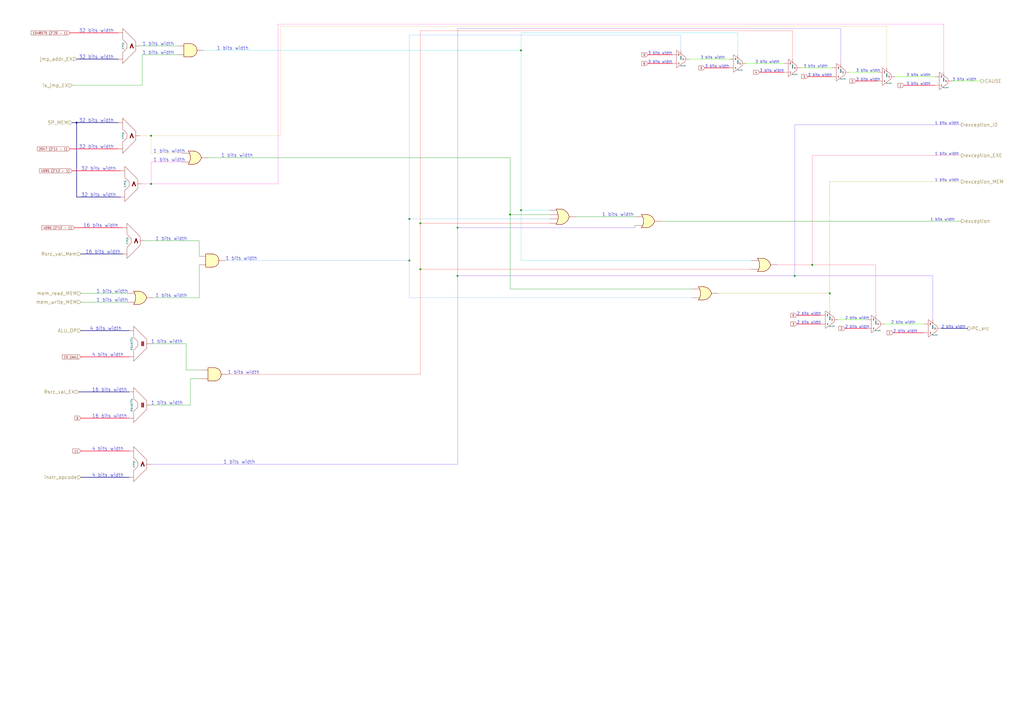
<source format=kicad_sch>
(kicad_sch (version 20211123) (generator eeschema)

  (uuid ade755e8-ed24-4a8e-9d27-baa9319a54a5)

  (paper "A2")

  (lib_symbols
    (symbol "4071_2" (pin_numbers hide) (pin_names (offset 1.016) hide) (in_bom yes) (on_board yes)
      (property "Reference" "U" (id 0) (at 0 1.27 0)
        (effects (font (size 1.27 1.27)))
      )
      (property "Value" "4071_2" (id 1) (at 0 -1.27 0)
        (effects (font (size 1.27 1.27)))
      )
      (property "Footprint" "" (id 2) (at 0 0 0)
        (effects (font (size 1.27 1.27)) hide)
      )
      (property "Datasheet" "http://www.intersil.com/content/dam/Intersil/documents/cd40/cd4071bms-72bms-75bms.pdf" (id 3) (at 0 0 0)
        (effects (font (size 1.27 1.27)) hide)
      )
      (property "ki_locked" "" (id 4) (at 0 0 0)
        (effects (font (size 1.27 1.27)))
      )
      (property "ki_keywords" "CMOS OR2" (id 5) (at 0 0 0)
        (effects (font (size 1.27 1.27)) hide)
      )
      (property "ki_description" "Quad Or 2 inputs" (id 6) (at 0 0 0)
        (effects (font (size 1.27 1.27)) hide)
      )
      (property "ki_fp_filters" "DIP?14*" (id 7) (at 0 0 0)
        (effects (font (size 1.27 1.27)) hide)
      )
      (symbol "4071_2_1_1"
        (arc (start -3.81 -3.81) (mid -2.589 0) (end -3.81 3.81)
          (stroke (width 0.254) (type default) (color 0 0 0 0))
          (fill (type none))
        )
        (arc (start -0.6096 -3.81) (mid 2.1842 -2.5851) (end 3.81 0)
          (stroke (width 0.254) (type default) (color 0 0 0 0))
          (fill (type background))
        )
        (polyline
          (pts
            (xy -3.81 -3.81)
            (xy -0.635 -3.81)
          )
          (stroke (width 0.254) (type default) (color 0 0 0 0))
          (fill (type background))
        )
        (polyline
          (pts
            (xy -3.81 3.81)
            (xy -0.635 3.81)
          )
          (stroke (width 0.254) (type default) (color 0 0 0 0))
          (fill (type background))
        )
        (polyline
          (pts
            (xy -0.635 3.81)
            (xy -3.81 3.81)
            (xy -3.81 3.81)
            (xy -3.556 3.4036)
            (xy -3.0226 2.2606)
            (xy -2.6924 1.0414)
            (xy -2.6162 -0.254)
            (xy -2.7686 -1.4986)
            (xy -3.175 -2.7178)
            (xy -3.81 -3.81)
            (xy -3.81 -3.81)
            (xy -0.635 -3.81)
          )
          (stroke (width -25.4) (type default) (color 0 0 0 0))
          (fill (type background))
        )
        (arc (start 3.81 0) (mid 2.1915 2.5936) (end -0.6096 3.81)
          (stroke (width 0.254) (type default) (color 0 0 0 0))
          (fill (type background))
        )
        (pin input line (at -7.62 2.54 0) (length 4.318)
          (name "~" (effects (font (size 1.27 1.27))))
          (number "1" (effects (font (size 1.27 1.27))))
        )
        (pin input line (at -7.62 -2.54 0) (length 4.318)
          (name "~" (effects (font (size 1.27 1.27))))
          (number "2" (effects (font (size 1.27 1.27))))
        )
        (pin output line (at 7.62 0 180) (length 3.81)
          (name "~" (effects (font (size 1.27 1.27))))
          (number "3" (effects (font (size 1.27 1.27))))
        )
      )
      (symbol "4071_2_1_2"
        (arc (start 0 -3.81) (mid 3.81 0) (end 0 3.81)
          (stroke (width 0.254) (type default) (color 0 0 0 0))
          (fill (type background))
        )
        (polyline
          (pts
            (xy 0 3.81)
            (xy -3.81 3.81)
            (xy -3.81 -3.81)
            (xy 0 -3.81)
          )
          (stroke (width 0.254) (type default) (color 0 0 0 0))
          (fill (type background))
        )
        (pin input inverted (at -7.62 2.54 0) (length 3.81)
          (name "~" (effects (font (size 1.27 1.27))))
          (number "1" (effects (font (size 1.27 1.27))))
        )
        (pin input inverted (at -7.62 -2.54 0) (length 3.81)
          (name "~" (effects (font (size 1.27 1.27))))
          (number "2" (effects (font (size 1.27 1.27))))
        )
        (pin output inverted (at 7.62 0 180) (length 3.81)
          (name "~" (effects (font (size 1.27 1.27))))
          (number "3" (effects (font (size 1.27 1.27))))
        )
      )
      (symbol "4071_2_2_1"
        (arc (start -3.81 -3.81) (mid -2.589 0) (end -3.81 3.81)
          (stroke (width 0.254) (type default) (color 0 0 0 0))
          (fill (type none))
        )
        (arc (start -0.6096 -3.81) (mid 2.1842 -2.5851) (end 3.81 0)
          (stroke (width 0.254) (type default) (color 0 0 0 0))
          (fill (type background))
        )
        (polyline
          (pts
            (xy -3.81 -3.81)
            (xy -0.635 -3.81)
          )
          (stroke (width 0.254) (type default) (color 0 0 0 0))
          (fill (type background))
        )
        (polyline
          (pts
            (xy -3.81 3.81)
            (xy -0.635 3.81)
          )
          (stroke (width 0.254) (type default) (color 0 0 0 0))
          (fill (type background))
        )
        (polyline
          (pts
            (xy -0.635 3.81)
            (xy -3.81 3.81)
            (xy -3.81 3.81)
            (xy -3.556 3.4036)
            (xy -3.0226 2.2606)
            (xy -2.6924 1.0414)
            (xy -2.6162 -0.254)
            (xy -2.7686 -1.4986)
            (xy -3.175 -2.7178)
            (xy -3.81 -3.81)
            (xy -3.81 -3.81)
            (xy -0.635 -3.81)
          )
          (stroke (width -25.4) (type default) (color 0 0 0 0))
          (fill (type background))
        )
        (arc (start 3.81 0) (mid 2.1915 2.5936) (end -0.6096 3.81)
          (stroke (width 0.254) (type default) (color 0 0 0 0))
          (fill (type background))
        )
        (pin output line (at 7.62 0 180) (length 3.81)
          (name "~" (effects (font (size 1.27 1.27))))
          (number "4" (effects (font (size 1.27 1.27))))
        )
        (pin input line (at -7.62 2.54 0) (length 4.318)
          (name "~" (effects (font (size 1.27 1.27))))
          (number "5" (effects (font (size 1.27 1.27))))
        )
        (pin input line (at -7.62 -2.54 0) (length 4.318)
          (name "~" (effects (font (size 1.27 1.27))))
          (number "6" (effects (font (size 1.27 1.27))))
        )
      )
      (symbol "4071_2_2_2"
        (arc (start 0 -3.81) (mid 3.81 0) (end 0 3.81)
          (stroke (width 0.254) (type default) (color 0 0 0 0))
          (fill (type background))
        )
        (polyline
          (pts
            (xy 0 3.81)
            (xy -3.81 3.81)
            (xy -3.81 -3.81)
            (xy 0 -3.81)
          )
          (stroke (width 0.254) (type default) (color 0 0 0 0))
          (fill (type background))
        )
        (pin output inverted (at 7.62 0 180) (length 3.81)
          (name "~" (effects (font (size 1.27 1.27))))
          (number "4" (effects (font (size 1.27 1.27))))
        )
        (pin input inverted (at -7.62 2.54 0) (length 3.81)
          (name "~" (effects (font (size 1.27 1.27))))
          (number "5" (effects (font (size 1.27 1.27))))
        )
        (pin input inverted (at -7.62 -2.54 0) (length 3.81)
          (name "~" (effects (font (size 1.27 1.27))))
          (number "6" (effects (font (size 1.27 1.27))))
        )
      )
      (symbol "4071_2_3_1"
        (arc (start -3.81 -3.81) (mid -2.589 0) (end -3.81 3.81)
          (stroke (width 0.254) (type default) (color 0 0 0 0))
          (fill (type none))
        )
        (arc (start -0.6096 -3.81) (mid 2.1842 -2.5851) (end 3.81 0)
          (stroke (width 0.254) (type default) (color 0 0 0 0))
          (fill (type background))
        )
        (polyline
          (pts
            (xy -3.81 -3.81)
            (xy -0.635 -3.81)
          )
          (stroke (width 0.254) (type default) (color 0 0 0 0))
          (fill (type background))
        )
        (polyline
          (pts
            (xy -3.81 3.81)
            (xy -0.635 3.81)
          )
          (stroke (width 0.254) (type default) (color 0 0 0 0))
          (fill (type background))
        )
        (polyline
          (pts
            (xy -0.635 3.81)
            (xy -3.81 3.81)
            (xy -3.81 3.81)
            (xy -3.556 3.4036)
            (xy -3.0226 2.2606)
            (xy -2.6924 1.0414)
            (xy -2.6162 -0.254)
            (xy -2.7686 -1.4986)
            (xy -3.175 -2.7178)
            (xy -3.81 -3.81)
            (xy -3.81 -3.81)
            (xy -0.635 -3.81)
          )
          (stroke (width -25.4) (type default) (color 0 0 0 0))
          (fill (type background))
        )
        (arc (start 3.81 0) (mid 2.1915 2.5936) (end -0.6096 3.81)
          (stroke (width 0.254) (type default) (color 0 0 0 0))
          (fill (type background))
        )
        (pin output line (at 7.62 0 180) (length 3.81)
          (name "~" (effects (font (size 1.27 1.27))))
          (number "10" (effects (font (size 1.27 1.27))))
        )
        (pin input line (at -7.62 2.54 0) (length 4.318)
          (name "~" (effects (font (size 1.27 1.27))))
          (number "8" (effects (font (size 1.27 1.27))))
        )
        (pin input line (at -7.62 -2.54 0) (length 4.318)
          (name "~" (effects (font (size 1.27 1.27))))
          (number "9" (effects (font (size 1.27 1.27))))
        )
      )
      (symbol "4071_2_3_2"
        (arc (start 0 -3.81) (mid 3.81 0) (end 0 3.81)
          (stroke (width 0.254) (type default) (color 0 0 0 0))
          (fill (type background))
        )
        (polyline
          (pts
            (xy 0 3.81)
            (xy -3.81 3.81)
            (xy -3.81 -3.81)
            (xy 0 -3.81)
          )
          (stroke (width 0.254) (type default) (color 0 0 0 0))
          (fill (type background))
        )
        (pin output inverted (at 7.62 0 180) (length 3.81)
          (name "~" (effects (font (size 1.27 1.27))))
          (number "10" (effects (font (size 1.27 1.27))))
        )
        (pin input inverted (at -7.62 2.54 0) (length 3.81)
          (name "~" (effects (font (size 1.27 1.27))))
          (number "8" (effects (font (size 1.27 1.27))))
        )
        (pin input inverted (at -7.62 -2.54 0) (length 3.81)
          (name "~" (effects (font (size 1.27 1.27))))
          (number "9" (effects (font (size 1.27 1.27))))
        )
      )
      (symbol "4071_2_4_1"
        (arc (start -3.81 -3.81) (mid -2.589 0) (end -3.81 3.81)
          (stroke (width 0.254) (type default) (color 0 0 0 0))
          (fill (type none))
        )
        (arc (start -0.6096 -3.81) (mid 2.1842 -2.5851) (end 3.81 0)
          (stroke (width 0.254) (type default) (color 0 0 0 0))
          (fill (type background))
        )
        (polyline
          (pts
            (xy -3.81 -3.81)
            (xy -0.635 -3.81)
          )
          (stroke (width 0.254) (type default) (color 0 0 0 0))
          (fill (type background))
        )
        (polyline
          (pts
            (xy -3.81 3.81)
            (xy -0.635 3.81)
          )
          (stroke (width 0.254) (type default) (color 0 0 0 0))
          (fill (type background))
        )
        (polyline
          (pts
            (xy -0.635 3.81)
            (xy -3.81 3.81)
            (xy -3.81 3.81)
            (xy -3.556 3.4036)
            (xy -3.0226 2.2606)
            (xy -2.6924 1.0414)
            (xy -2.6162 -0.254)
            (xy -2.7686 -1.4986)
            (xy -3.175 -2.7178)
            (xy -3.81 -3.81)
            (xy -3.81 -3.81)
            (xy -0.635 -3.81)
          )
          (stroke (width -25.4) (type default) (color 0 0 0 0))
          (fill (type background))
        )
        (arc (start 3.81 0) (mid 2.1915 2.5936) (end -0.6096 3.81)
          (stroke (width 0.254) (type default) (color 0 0 0 0))
          (fill (type background))
        )
        (pin output line (at 7.62 0 180) (length 3.81)
          (name "~" (effects (font (size 1.27 1.27))))
          (number "11" (effects (font (size 1.27 1.27))))
        )
        (pin input line (at -7.62 2.54 0) (length 4.318)
          (name "~" (effects (font (size 1.27 1.27))))
          (number "12" (effects (font (size 1.27 1.27))))
        )
        (pin input line (at -7.62 -2.54 0) (length 4.318)
          (name "~" (effects (font (size 1.27 1.27))))
          (number "13" (effects (font (size 1.27 1.27))))
        )
      )
      (symbol "4071_2_4_2"
        (arc (start 0 -3.81) (mid 3.81 0) (end 0 3.81)
          (stroke (width 0.254) (type default) (color 0 0 0 0))
          (fill (type background))
        )
        (polyline
          (pts
            (xy 0 3.81)
            (xy -3.81 3.81)
            (xy -3.81 -3.81)
            (xy 0 -3.81)
          )
          (stroke (width 0.254) (type default) (color 0 0 0 0))
          (fill (type background))
        )
        (pin output inverted (at 7.62 0 180) (length 3.81)
          (name "~" (effects (font (size 1.27 1.27))))
          (number "11" (effects (font (size 1.27 1.27))))
        )
        (pin input inverted (at -7.62 2.54 0) (length 3.81)
          (name "~" (effects (font (size 1.27 1.27))))
          (number "12" (effects (font (size 1.27 1.27))))
        )
        (pin input inverted (at -7.62 -2.54 0) (length 3.81)
          (name "~" (effects (font (size 1.27 1.27))))
          (number "13" (effects (font (size 1.27 1.27))))
        )
      )
      (symbol "4071_2_5_0"
        (pin power_in line (at 0 12.7 270) (length 5.08)
          (name "VDD" (effects (font (size 1.27 1.27))))
          (number "14" (effects (font (size 1.27 1.27))))
        )
        (pin power_in line (at 0 -12.7 90) (length 5.08)
          (name "VSS" (effects (font (size 1.27 1.27))))
          (number "7" (effects (font (size 1.27 1.27))))
        )
      )
      (symbol "4071_2_5_1"
        (rectangle (start -5.08 7.62) (end 5.08 -7.62)
          (stroke (width 0.254) (type default) (color 0 0 0 0))
          (fill (type background))
        )
      )
    )
    (symbol "4xxx:4071" (pin_numbers hide) (pin_names (offset 1.016) hide) (in_bom yes) (on_board yes)
      (property "Reference" "U" (id 0) (at 0 1.27 0)
        (effects (font (size 1.27 1.27)))
      )
      (property "Value" "4071" (id 1) (at 0 -1.27 0)
        (effects (font (size 1.27 1.27)))
      )
      (property "Footprint" "" (id 2) (at 0 0 0)
        (effects (font (size 1.27 1.27)) hide)
      )
      (property "Datasheet" "http://www.intersil.com/content/dam/Intersil/documents/cd40/cd4071bms-72bms-75bms.pdf" (id 3) (at 0 0 0)
        (effects (font (size 1.27 1.27)) hide)
      )
      (property "ki_locked" "" (id 4) (at 0 0 0)
        (effects (font (size 1.27 1.27)))
      )
      (property "ki_keywords" "CMOS OR2" (id 5) (at 0 0 0)
        (effects (font (size 1.27 1.27)) hide)
      )
      (property "ki_description" "Quad Or 2 inputs" (id 6) (at 0 0 0)
        (effects (font (size 1.27 1.27)) hide)
      )
      (property "ki_fp_filters" "DIP?14*" (id 7) (at 0 0 0)
        (effects (font (size 1.27 1.27)) hide)
      )
      (symbol "4071_1_1"
        (arc (start -3.81 -3.81) (mid -2.589 0) (end -3.81 3.81)
          (stroke (width 0.254) (type default) (color 0 0 0 0))
          (fill (type none))
        )
        (arc (start -0.6096 -3.81) (mid 2.1842 -2.5851) (end 3.81 0)
          (stroke (width 0.254) (type default) (color 0 0 0 0))
          (fill (type background))
        )
        (polyline
          (pts
            (xy -3.81 -3.81)
            (xy -0.635 -3.81)
          )
          (stroke (width 0.254) (type default) (color 0 0 0 0))
          (fill (type background))
        )
        (polyline
          (pts
            (xy -3.81 3.81)
            (xy -0.635 3.81)
          )
          (stroke (width 0.254) (type default) (color 0 0 0 0))
          (fill (type background))
        )
        (polyline
          (pts
            (xy -0.635 3.81)
            (xy -3.81 3.81)
            (xy -3.81 3.81)
            (xy -3.556 3.4036)
            (xy -3.0226 2.2606)
            (xy -2.6924 1.0414)
            (xy -2.6162 -0.254)
            (xy -2.7686 -1.4986)
            (xy -3.175 -2.7178)
            (xy -3.81 -3.81)
            (xy -3.81 -3.81)
            (xy -0.635 -3.81)
          )
          (stroke (width -25.4) (type default) (color 0 0 0 0))
          (fill (type background))
        )
        (arc (start 3.81 0) (mid 2.1915 2.5936) (end -0.6096 3.81)
          (stroke (width 0.254) (type default) (color 0 0 0 0))
          (fill (type background))
        )
        (pin input line (at -7.62 2.54 0) (length 4.318)
          (name "~" (effects (font (size 1.27 1.27))))
          (number "1" (effects (font (size 1.27 1.27))))
        )
        (pin input line (at -7.62 -2.54 0) (length 4.318)
          (name "~" (effects (font (size 1.27 1.27))))
          (number "2" (effects (font (size 1.27 1.27))))
        )
        (pin output line (at 7.62 0 180) (length 3.81)
          (name "~" (effects (font (size 1.27 1.27))))
          (number "3" (effects (font (size 1.27 1.27))))
        )
      )
      (symbol "4071_1_2"
        (arc (start 0 -3.81) (mid 3.81 0) (end 0 3.81)
          (stroke (width 0.254) (type default) (color 0 0 0 0))
          (fill (type background))
        )
        (polyline
          (pts
            (xy 0 3.81)
            (xy -3.81 3.81)
            (xy -3.81 -3.81)
            (xy 0 -3.81)
          )
          (stroke (width 0.254) (type default) (color 0 0 0 0))
          (fill (type background))
        )
        (pin input inverted (at -7.62 2.54 0) (length 3.81)
          (name "~" (effects (font (size 1.27 1.27))))
          (number "1" (effects (font (size 1.27 1.27))))
        )
        (pin input inverted (at -7.62 -2.54 0) (length 3.81)
          (name "~" (effects (font (size 1.27 1.27))))
          (number "2" (effects (font (size 1.27 1.27))))
        )
        (pin output inverted (at 7.62 0 180) (length 3.81)
          (name "~" (effects (font (size 1.27 1.27))))
          (number "3" (effects (font (size 1.27 1.27))))
        )
      )
      (symbol "4071_2_1"
        (arc (start -3.81 -3.81) (mid -2.589 0) (end -3.81 3.81)
          (stroke (width 0.254) (type default) (color 0 0 0 0))
          (fill (type none))
        )
        (arc (start -0.6096 -3.81) (mid 2.1842 -2.5851) (end 3.81 0)
          (stroke (width 0.254) (type default) (color 0 0 0 0))
          (fill (type background))
        )
        (polyline
          (pts
            (xy -3.81 -3.81)
            (xy -0.635 -3.81)
          )
          (stroke (width 0.254) (type default) (color 0 0 0 0))
          (fill (type background))
        )
        (polyline
          (pts
            (xy -3.81 3.81)
            (xy -0.635 3.81)
          )
          (stroke (width 0.254) (type default) (color 0 0 0 0))
          (fill (type background))
        )
        (polyline
          (pts
            (xy -0.635 3.81)
            (xy -3.81 3.81)
            (xy -3.81 3.81)
            (xy -3.556 3.4036)
            (xy -3.0226 2.2606)
            (xy -2.6924 1.0414)
            (xy -2.6162 -0.254)
            (xy -2.7686 -1.4986)
            (xy -3.175 -2.7178)
            (xy -3.81 -3.81)
            (xy -3.81 -3.81)
            (xy -0.635 -3.81)
          )
          (stroke (width -25.4) (type default) (color 0 0 0 0))
          (fill (type background))
        )
        (arc (start 3.81 0) (mid 2.1915 2.5936) (end -0.6096 3.81)
          (stroke (width 0.254) (type default) (color 0 0 0 0))
          (fill (type background))
        )
        (pin output line (at 7.62 0 180) (length 3.81)
          (name "~" (effects (font (size 1.27 1.27))))
          (number "4" (effects (font (size 1.27 1.27))))
        )
        (pin input line (at -7.62 2.54 0) (length 4.318)
          (name "~" (effects (font (size 1.27 1.27))))
          (number "5" (effects (font (size 1.27 1.27))))
        )
        (pin input line (at -7.62 -2.54 0) (length 4.318)
          (name "~" (effects (font (size 1.27 1.27))))
          (number "6" (effects (font (size 1.27 1.27))))
        )
      )
      (symbol "4071_2_2"
        (arc (start 0 -3.81) (mid 3.81 0) (end 0 3.81)
          (stroke (width 0.254) (type default) (color 0 0 0 0))
          (fill (type background))
        )
        (polyline
          (pts
            (xy 0 3.81)
            (xy -3.81 3.81)
            (xy -3.81 -3.81)
            (xy 0 -3.81)
          )
          (stroke (width 0.254) (type default) (color 0 0 0 0))
          (fill (type background))
        )
        (pin output inverted (at 7.62 0 180) (length 3.81)
          (name "~" (effects (font (size 1.27 1.27))))
          (number "4" (effects (font (size 1.27 1.27))))
        )
        (pin input inverted (at -7.62 2.54 0) (length 3.81)
          (name "~" (effects (font (size 1.27 1.27))))
          (number "5" (effects (font (size 1.27 1.27))))
        )
        (pin input inverted (at -7.62 -2.54 0) (length 3.81)
          (name "~" (effects (font (size 1.27 1.27))))
          (number "6" (effects (font (size 1.27 1.27))))
        )
      )
      (symbol "4071_3_1"
        (arc (start -3.81 -3.81) (mid -2.589 0) (end -3.81 3.81)
          (stroke (width 0.254) (type default) (color 0 0 0 0))
          (fill (type none))
        )
        (arc (start -0.6096 -3.81) (mid 2.1842 -2.5851) (end 3.81 0)
          (stroke (width 0.254) (type default) (color 0 0 0 0))
          (fill (type background))
        )
        (polyline
          (pts
            (xy -3.81 -3.81)
            (xy -0.635 -3.81)
          )
          (stroke (width 0.254) (type default) (color 0 0 0 0))
          (fill (type background))
        )
        (polyline
          (pts
            (xy -3.81 3.81)
            (xy -0.635 3.81)
          )
          (stroke (width 0.254) (type default) (color 0 0 0 0))
          (fill (type background))
        )
        (polyline
          (pts
            (xy -0.635 3.81)
            (xy -3.81 3.81)
            (xy -3.81 3.81)
            (xy -3.556 3.4036)
            (xy -3.0226 2.2606)
            (xy -2.6924 1.0414)
            (xy -2.6162 -0.254)
            (xy -2.7686 -1.4986)
            (xy -3.175 -2.7178)
            (xy -3.81 -3.81)
            (xy -3.81 -3.81)
            (xy -0.635 -3.81)
          )
          (stroke (width -25.4) (type default) (color 0 0 0 0))
          (fill (type background))
        )
        (arc (start 3.81 0) (mid 2.1915 2.5936) (end -0.6096 3.81)
          (stroke (width 0.254) (type default) (color 0 0 0 0))
          (fill (type background))
        )
        (pin output line (at 7.62 0 180) (length 3.81)
          (name "~" (effects (font (size 1.27 1.27))))
          (number "10" (effects (font (size 1.27 1.27))))
        )
        (pin input line (at -7.62 2.54 0) (length 4.318)
          (name "~" (effects (font (size 1.27 1.27))))
          (number "8" (effects (font (size 1.27 1.27))))
        )
        (pin input line (at -7.62 -2.54 0) (length 4.318)
          (name "~" (effects (font (size 1.27 1.27))))
          (number "9" (effects (font (size 1.27 1.27))))
        )
      )
      (symbol "4071_3_2"
        (arc (start 0 -3.81) (mid 3.81 0) (end 0 3.81)
          (stroke (width 0.254) (type default) (color 0 0 0 0))
          (fill (type background))
        )
        (polyline
          (pts
            (xy 0 3.81)
            (xy -3.81 3.81)
            (xy -3.81 -3.81)
            (xy 0 -3.81)
          )
          (stroke (width 0.254) (type default) (color 0 0 0 0))
          (fill (type background))
        )
        (pin output inverted (at 7.62 0 180) (length 3.81)
          (name "~" (effects (font (size 1.27 1.27))))
          (number "10" (effects (font (size 1.27 1.27))))
        )
        (pin input inverted (at -7.62 2.54 0) (length 3.81)
          (name "~" (effects (font (size 1.27 1.27))))
          (number "8" (effects (font (size 1.27 1.27))))
        )
        (pin input inverted (at -7.62 -2.54 0) (length 3.81)
          (name "~" (effects (font (size 1.27 1.27))))
          (number "9" (effects (font (size 1.27 1.27))))
        )
      )
      (symbol "4071_4_1"
        (arc (start -3.81 -3.81) (mid -2.589 0) (end -3.81 3.81)
          (stroke (width 0.254) (type default) (color 0 0 0 0))
          (fill (type none))
        )
        (arc (start -0.6096 -3.81) (mid 2.1842 -2.5851) (end 3.81 0)
          (stroke (width 0.254) (type default) (color 0 0 0 0))
          (fill (type background))
        )
        (polyline
          (pts
            (xy -3.81 -3.81)
            (xy -0.635 -3.81)
          )
          (stroke (width 0.254) (type default) (color 0 0 0 0))
          (fill (type background))
        )
        (polyline
          (pts
            (xy -3.81 3.81)
            (xy -0.635 3.81)
          )
          (stroke (width 0.254) (type default) (color 0 0 0 0))
          (fill (type background))
        )
        (polyline
          (pts
            (xy -0.635 3.81)
            (xy -3.81 3.81)
            (xy -3.81 3.81)
            (xy -3.556 3.4036)
            (xy -3.0226 2.2606)
            (xy -2.6924 1.0414)
            (xy -2.6162 -0.254)
            (xy -2.7686 -1.4986)
            (xy -3.175 -2.7178)
            (xy -3.81 -3.81)
            (xy -3.81 -3.81)
            (xy -0.635 -3.81)
          )
          (stroke (width -25.4) (type default) (color 0 0 0 0))
          (fill (type background))
        )
        (arc (start 3.81 0) (mid 2.1915 2.5936) (end -0.6096 3.81)
          (stroke (width 0.254) (type default) (color 0 0 0 0))
          (fill (type background))
        )
        (pin output line (at 7.62 0 180) (length 3.81)
          (name "~" (effects (font (size 1.27 1.27))))
          (number "11" (effects (font (size 1.27 1.27))))
        )
        (pin input line (at -7.62 2.54 0) (length 4.318)
          (name "~" (effects (font (size 1.27 1.27))))
          (number "12" (effects (font (size 1.27 1.27))))
        )
        (pin input line (at -7.62 -2.54 0) (length 4.318)
          (name "~" (effects (font (size 1.27 1.27))))
          (number "13" (effects (font (size 1.27 1.27))))
        )
      )
      (symbol "4071_4_2"
        (arc (start 0 -3.81) (mid 3.81 0) (end 0 3.81)
          (stroke (width 0.254) (type default) (color 0 0 0 0))
          (fill (type background))
        )
        (polyline
          (pts
            (xy 0 3.81)
            (xy -3.81 3.81)
            (xy -3.81 -3.81)
            (xy 0 -3.81)
          )
          (stroke (width 0.254) (type default) (color 0 0 0 0))
          (fill (type background))
        )
        (pin output inverted (at 7.62 0 180) (length 3.81)
          (name "~" (effects (font (size 1.27 1.27))))
          (number "11" (effects (font (size 1.27 1.27))))
        )
        (pin input inverted (at -7.62 2.54 0) (length 3.81)
          (name "~" (effects (font (size 1.27 1.27))))
          (number "12" (effects (font (size 1.27 1.27))))
        )
        (pin input inverted (at -7.62 -2.54 0) (length 3.81)
          (name "~" (effects (font (size 1.27 1.27))))
          (number "13" (effects (font (size 1.27 1.27))))
        )
      )
      (symbol "4071_5_0"
        (pin power_in line (at 0 12.7 270) (length 5.08)
          (name "VDD" (effects (font (size 1.27 1.27))))
          (number "14" (effects (font (size 1.27 1.27))))
        )
        (pin power_in line (at 0 -12.7 90) (length 5.08)
          (name "VSS" (effects (font (size 1.27 1.27))))
          (number "7" (effects (font (size 1.27 1.27))))
        )
      )
      (symbol "4071_5_1"
        (rectangle (start -5.08 7.62) (end 5.08 -7.62)
          (stroke (width 0.254) (type default) (color 0 0 0 0))
          (fill (type background))
        )
      )
    )
    (symbol "4xxx:4072" (pin_numbers hide) (pin_names (offset 1.016) hide) (in_bom yes) (on_board yes)
      (property "Reference" "U" (id 0) (at 0 1.27 0)
        (effects (font (size 1.27 1.27)))
      )
      (property "Value" "4072" (id 1) (at 0 -1.27 0)
        (effects (font (size 1.27 1.27)))
      )
      (property "Footprint" "" (id 2) (at 0 0 0)
        (effects (font (size 1.27 1.27)) hide)
      )
      (property "Datasheet" "http://www.intersil.com/content/dam/Intersil/documents/cd40/cd4071bms-72bms-75bms.pdf" (id 3) (at 0 0 0)
        (effects (font (size 1.27 1.27)) hide)
      )
      (property "ki_locked" "" (id 4) (at 0 0 0)
        (effects (font (size 1.27 1.27)))
      )
      (property "ki_keywords" "CMOS OR4" (id 5) (at 0 0 0)
        (effects (font (size 1.27 1.27)) hide)
      )
      (property "ki_description" "Dual 4 input OR gate" (id 6) (at 0 0 0)
        (effects (font (size 1.27 1.27)) hide)
      )
      (property "ki_fp_filters" "DIP?14*" (id 7) (at 0 0 0)
        (effects (font (size 1.27 1.27)) hide)
      )
      (symbol "4072_1_1"
        (arc (start -3.81 -4.445) (mid -2.5908 0) (end -3.81 4.445)
          (stroke (width 0.254) (type default) (color 0 0 0 0))
          (fill (type none))
        )
        (arc (start -0.6096 -4.445) (mid 2.2246 -2.8422) (end 3.81 0)
          (stroke (width 0.254) (type default) (color 0 0 0 0))
          (fill (type background))
        )
        (polyline
          (pts
            (xy -3.81 -4.445)
            (xy -0.635 -4.445)
          )
          (stroke (width 0.254) (type default) (color 0 0 0 0))
          (fill (type background))
        )
        (polyline
          (pts
            (xy -3.81 4.445)
            (xy -0.635 4.445)
          )
          (stroke (width 0.254) (type default) (color 0 0 0 0))
          (fill (type background))
        )
        (polyline
          (pts
            (xy -0.635 4.445)
            (xy -3.81 4.445)
            (xy -3.81 4.445)
            (xy -3.6322 4.0894)
            (xy -3.0988 2.921)
            (xy -2.7686 1.6764)
            (xy -2.6162 0.4318)
            (xy -2.6416 -0.8636)
            (xy -2.8702 -2.1082)
            (xy -3.2512 -3.3274)
            (xy -3.81 -4.445)
            (xy -3.81 -4.445)
            (xy -0.635 -4.445)
          )
          (stroke (width -25.4) (type default) (color 0 0 0 0))
          (fill (type background))
        )
        (arc (start 3.81 0) (mid 2.2204 2.8379) (end -0.6096 4.445)
          (stroke (width 0.254) (type default) (color 0 0 0 0))
          (fill (type background))
        )
        (pin output line (at 7.62 0 180) (length 3.81)
          (name "~" (effects (font (size 1.27 1.27))))
          (number "1" (effects (font (size 1.27 1.27))))
        )
        (pin input line (at -7.62 3.81 0) (length 3.81)
          (name "~" (effects (font (size 1.27 1.27))))
          (number "2" (effects (font (size 1.27 1.27))))
        )
        (pin input line (at -7.62 1.27 0) (length 4.826)
          (name "~" (effects (font (size 1.27 1.27))))
          (number "3" (effects (font (size 1.27 1.27))))
        )
        (pin input line (at -7.62 -1.27 0) (length 4.826)
          (name "~" (effects (font (size 1.27 1.27))))
          (number "4" (effects (font (size 1.27 1.27))))
        )
        (pin input line (at -7.62 -3.81 0) (length 3.81)
          (name "~" (effects (font (size 1.27 1.27))))
          (number "5" (effects (font (size 1.27 1.27))))
        )
      )
      (symbol "4072_1_2"
        (arc (start -0.635 -4.445) (mid 3.81 0) (end -0.635 4.445)
          (stroke (width 0.254) (type default) (color 0 0 0 0))
          (fill (type background))
        )
        (polyline
          (pts
            (xy -0.635 4.445)
            (xy -3.81 4.445)
            (xy -3.81 -4.445)
            (xy -0.635 -4.445)
          )
          (stroke (width 0.254) (type default) (color 0 0 0 0))
          (fill (type background))
        )
        (pin output inverted (at 7.62 0 180) (length 3.81)
          (name "~" (effects (font (size 1.27 1.27))))
          (number "1" (effects (font (size 1.27 1.27))))
        )
        (pin input inverted (at -7.62 3.81 0) (length 3.81)
          (name "~" (effects (font (size 1.27 1.27))))
          (number "2" (effects (font (size 1.27 1.27))))
        )
        (pin input inverted (at -7.62 1.27 0) (length 3.81)
          (name "~" (effects (font (size 1.27 1.27))))
          (number "3" (effects (font (size 1.27 1.27))))
        )
        (pin input inverted (at -7.62 -1.27 0) (length 3.81)
          (name "~" (effects (font (size 1.27 1.27))))
          (number "4" (effects (font (size 1.27 1.27))))
        )
        (pin input inverted (at -7.62 -3.81 0) (length 3.81)
          (name "~" (effects (font (size 1.27 1.27))))
          (number "5" (effects (font (size 1.27 1.27))))
        )
      )
      (symbol "4072_2_1"
        (arc (start -3.81 -4.445) (mid -2.5908 0) (end -3.81 4.445)
          (stroke (width 0.254) (type default) (color 0 0 0 0))
          (fill (type none))
        )
        (arc (start -0.6096 -4.445) (mid 2.2246 -2.8422) (end 3.81 0)
          (stroke (width 0.254) (type default) (color 0 0 0 0))
          (fill (type background))
        )
        (polyline
          (pts
            (xy -3.81 -4.445)
            (xy -0.635 -4.445)
          )
          (stroke (width 0.254) (type default) (color 0 0 0 0))
          (fill (type background))
        )
        (polyline
          (pts
            (xy -3.81 4.445)
            (xy -0.635 4.445)
          )
          (stroke (width 0.254) (type default) (color 0 0 0 0))
          (fill (type background))
        )
        (polyline
          (pts
            (xy -0.635 4.445)
            (xy -3.81 4.445)
            (xy -3.81 4.445)
            (xy -3.6322 4.0894)
            (xy -3.0988 2.921)
            (xy -2.7686 1.6764)
            (xy -2.6162 0.4318)
            (xy -2.6416 -0.8636)
            (xy -2.8702 -2.1082)
            (xy -3.2512 -3.3274)
            (xy -3.81 -4.445)
            (xy -3.81 -4.445)
            (xy -0.635 -4.445)
          )
          (stroke (width -25.4) (type default) (color 0 0 0 0))
          (fill (type background))
        )
        (arc (start 3.81 0) (mid 2.2204 2.8379) (end -0.6096 4.445)
          (stroke (width 0.254) (type default) (color 0 0 0 0))
          (fill (type background))
        )
        (pin input line (at -7.62 1.27 0) (length 4.826)
          (name "~" (effects (font (size 1.27 1.27))))
          (number "10" (effects (font (size 1.27 1.27))))
        )
        (pin input line (at -7.62 -1.27 0) (length 4.826)
          (name "~" (effects (font (size 1.27 1.27))))
          (number "11" (effects (font (size 1.27 1.27))))
        )
        (pin input line (at -7.62 -3.81 0) (length 3.81)
          (name "~" (effects (font (size 1.27 1.27))))
          (number "12" (effects (font (size 1.27 1.27))))
        )
        (pin output line (at 7.62 0 180) (length 3.81)
          (name "~" (effects (font (size 1.27 1.27))))
          (number "13" (effects (font (size 1.27 1.27))))
        )
        (pin input line (at -7.62 3.81 0) (length 3.81)
          (name "~" (effects (font (size 1.27 1.27))))
          (number "9" (effects (font (size 1.27 1.27))))
        )
      )
      (symbol "4072_2_2"
        (arc (start -0.635 -4.445) (mid 3.81 0) (end -0.635 4.445)
          (stroke (width 0.254) (type default) (color 0 0 0 0))
          (fill (type background))
        )
        (polyline
          (pts
            (xy -0.635 4.445)
            (xy -3.81 4.445)
            (xy -3.81 -4.445)
            (xy -0.635 -4.445)
          )
          (stroke (width 0.254) (type default) (color 0 0 0 0))
          (fill (type background))
        )
        (pin input inverted (at -7.62 1.27 0) (length 3.81)
          (name "~" (effects (font (size 1.27 1.27))))
          (number "10" (effects (font (size 1.27 1.27))))
        )
        (pin input inverted (at -7.62 -1.27 0) (length 3.81)
          (name "~" (effects (font (size 1.27 1.27))))
          (number "11" (effects (font (size 1.27 1.27))))
        )
        (pin input inverted (at -7.62 -3.81 0) (length 3.81)
          (name "~" (effects (font (size 1.27 1.27))))
          (number "12" (effects (font (size 1.27 1.27))))
        )
        (pin output inverted (at 7.62 0 180) (length 3.81)
          (name "~" (effects (font (size 1.27 1.27))))
          (number "13" (effects (font (size 1.27 1.27))))
        )
        (pin input inverted (at -7.62 3.81 0) (length 3.81)
          (name "~" (effects (font (size 1.27 1.27))))
          (number "9" (effects (font (size 1.27 1.27))))
        )
      )
      (symbol "4072_3_0"
        (pin power_in line (at 0 12.7 270) (length 5.08)
          (name "VDD" (effects (font (size 1.27 1.27))))
          (number "14" (effects (font (size 1.27 1.27))))
        )
        (pin power_in line (at 0 -12.7 90) (length 5.08)
          (name "VSS" (effects (font (size 1.27 1.27))))
          (number "7" (effects (font (size 1.27 1.27))))
        )
      )
      (symbol "4072_3_1"
        (rectangle (start -5.08 7.62) (end 5.08 -7.62)
          (stroke (width 0.254) (type default) (color 0 0 0 0))
          (fill (type background))
        )
      )
    )
    (symbol "4xxx:4081" (pin_numbers hide) (pin_names (offset 1.016) hide) (in_bom yes) (on_board yes)
      (property "Reference" "U" (id 0) (at 0 1.27 0)
        (effects (font (size 1.27 1.27)))
      )
      (property "Value" "4081" (id 1) (at 0 -1.27 0)
        (effects (font (size 1.27 1.27)))
      )
      (property "Footprint" "" (id 2) (at 0 0 0)
        (effects (font (size 1.27 1.27)) hide)
      )
      (property "Datasheet" "http://www.intersil.com/content/dam/Intersil/documents/cd40/cd4073bms-81bms-82bms.pdf" (id 3) (at 0 0 0)
        (effects (font (size 1.27 1.27)) hide)
      )
      (property "ki_locked" "" (id 4) (at 0 0 0)
        (effects (font (size 1.27 1.27)))
      )
      (property "ki_keywords" "CMOS And2" (id 5) (at 0 0 0)
        (effects (font (size 1.27 1.27)) hide)
      )
      (property "ki_description" "Quad And 2 inputs" (id 6) (at 0 0 0)
        (effects (font (size 1.27 1.27)) hide)
      )
      (property "ki_fp_filters" "DIP?14*" (id 7) (at 0 0 0)
        (effects (font (size 1.27 1.27)) hide)
      )
      (symbol "4081_1_1"
        (arc (start 0 -3.81) (mid 3.81 0) (end 0 3.81)
          (stroke (width 0.254) (type default) (color 0 0 0 0))
          (fill (type background))
        )
        (polyline
          (pts
            (xy 0 3.81)
            (xy -3.81 3.81)
            (xy -3.81 -3.81)
            (xy 0 -3.81)
          )
          (stroke (width 0.254) (type default) (color 0 0 0 0))
          (fill (type background))
        )
        (pin input line (at -7.62 2.54 0) (length 3.81)
          (name "~" (effects (font (size 1.27 1.27))))
          (number "1" (effects (font (size 1.27 1.27))))
        )
        (pin input line (at -7.62 -2.54 0) (length 3.81)
          (name "~" (effects (font (size 1.27 1.27))))
          (number "2" (effects (font (size 1.27 1.27))))
        )
        (pin output line (at 7.62 0 180) (length 3.81)
          (name "~" (effects (font (size 1.27 1.27))))
          (number "3" (effects (font (size 1.27 1.27))))
        )
      )
      (symbol "4081_1_2"
        (arc (start -3.81 -3.81) (mid -2.589 0) (end -3.81 3.81)
          (stroke (width 0.254) (type default) (color 0 0 0 0))
          (fill (type none))
        )
        (arc (start -0.6096 -3.81) (mid 2.1842 -2.5851) (end 3.81 0)
          (stroke (width 0.254) (type default) (color 0 0 0 0))
          (fill (type background))
        )
        (polyline
          (pts
            (xy -3.81 -3.81)
            (xy -0.635 -3.81)
          )
          (stroke (width 0.254) (type default) (color 0 0 0 0))
          (fill (type background))
        )
        (polyline
          (pts
            (xy -3.81 3.81)
            (xy -0.635 3.81)
          )
          (stroke (width 0.254) (type default) (color 0 0 0 0))
          (fill (type background))
        )
        (polyline
          (pts
            (xy -0.635 3.81)
            (xy -3.81 3.81)
            (xy -3.81 3.81)
            (xy -3.556 3.4036)
            (xy -3.0226 2.2606)
            (xy -2.6924 1.0414)
            (xy -2.6162 -0.254)
            (xy -2.7686 -1.4986)
            (xy -3.175 -2.7178)
            (xy -3.81 -3.81)
            (xy -3.81 -3.81)
            (xy -0.635 -3.81)
          )
          (stroke (width -25.4) (type default) (color 0 0 0 0))
          (fill (type background))
        )
        (arc (start 3.81 0) (mid 2.1915 2.5936) (end -0.6096 3.81)
          (stroke (width 0.254) (type default) (color 0 0 0 0))
          (fill (type background))
        )
        (pin input inverted (at -7.62 2.54 0) (length 4.318)
          (name "~" (effects (font (size 1.27 1.27))))
          (number "1" (effects (font (size 1.27 1.27))))
        )
        (pin input inverted (at -7.62 -2.54 0) (length 4.318)
          (name "~" (effects (font (size 1.27 1.27))))
          (number "2" (effects (font (size 1.27 1.27))))
        )
        (pin output inverted (at 7.62 0 180) (length 3.81)
          (name "~" (effects (font (size 1.27 1.27))))
          (number "3" (effects (font (size 1.27 1.27))))
        )
      )
      (symbol "4081_2_1"
        (arc (start 0 -3.81) (mid 3.81 0) (end 0 3.81)
          (stroke (width 0.254) (type default) (color 0 0 0 0))
          (fill (type background))
        )
        (polyline
          (pts
            (xy 0 3.81)
            (xy -3.81 3.81)
            (xy -3.81 -3.81)
            (xy 0 -3.81)
          )
          (stroke (width 0.254) (type default) (color 0 0 0 0))
          (fill (type background))
        )
        (pin output line (at 7.62 0 180) (length 3.81)
          (name "~" (effects (font (size 1.27 1.27))))
          (number "4" (effects (font (size 1.27 1.27))))
        )
        (pin input line (at -7.62 2.54 0) (length 3.81)
          (name "~" (effects (font (size 1.27 1.27))))
          (number "5" (effects (font (size 1.27 1.27))))
        )
        (pin input line (at -7.62 -2.54 0) (length 3.81)
          (name "~" (effects (font (size 1.27 1.27))))
          (number "6" (effects (font (size 1.27 1.27))))
        )
      )
      (symbol "4081_2_2"
        (arc (start -3.81 -3.81) (mid -2.589 0) (end -3.81 3.81)
          (stroke (width 0.254) (type default) (color 0 0 0 0))
          (fill (type none))
        )
        (arc (start -0.6096 -3.81) (mid 2.1842 -2.5851) (end 3.81 0)
          (stroke (width 0.254) (type default) (color 0 0 0 0))
          (fill (type background))
        )
        (polyline
          (pts
            (xy -3.81 -3.81)
            (xy -0.635 -3.81)
          )
          (stroke (width 0.254) (type default) (color 0 0 0 0))
          (fill (type background))
        )
        (polyline
          (pts
            (xy -3.81 3.81)
            (xy -0.635 3.81)
          )
          (stroke (width 0.254) (type default) (color 0 0 0 0))
          (fill (type background))
        )
        (polyline
          (pts
            (xy -0.635 3.81)
            (xy -3.81 3.81)
            (xy -3.81 3.81)
            (xy -3.556 3.4036)
            (xy -3.0226 2.2606)
            (xy -2.6924 1.0414)
            (xy -2.6162 -0.254)
            (xy -2.7686 -1.4986)
            (xy -3.175 -2.7178)
            (xy -3.81 -3.81)
            (xy -3.81 -3.81)
            (xy -0.635 -3.81)
          )
          (stroke (width -25.4) (type default) (color 0 0 0 0))
          (fill (type background))
        )
        (arc (start 3.81 0) (mid 2.1915 2.5936) (end -0.6096 3.81)
          (stroke (width 0.254) (type default) (color 0 0 0 0))
          (fill (type background))
        )
        (pin output inverted (at 7.62 0 180) (length 3.81)
          (name "~" (effects (font (size 1.27 1.27))))
          (number "4" (effects (font (size 1.27 1.27))))
        )
        (pin input inverted (at -7.62 2.54 0) (length 4.318)
          (name "~" (effects (font (size 1.27 1.27))))
          (number "5" (effects (font (size 1.27 1.27))))
        )
        (pin input inverted (at -7.62 -2.54 0) (length 4.318)
          (name "~" (effects (font (size 1.27 1.27))))
          (number "6" (effects (font (size 1.27 1.27))))
        )
      )
      (symbol "4081_3_1"
        (arc (start 0 -3.81) (mid 3.81 0) (end 0 3.81)
          (stroke (width 0.254) (type default) (color 0 0 0 0))
          (fill (type background))
        )
        (polyline
          (pts
            (xy 0 3.81)
            (xy -3.81 3.81)
            (xy -3.81 -3.81)
            (xy 0 -3.81)
          )
          (stroke (width 0.254) (type default) (color 0 0 0 0))
          (fill (type background))
        )
        (pin output line (at 7.62 0 180) (length 3.81)
          (name "~" (effects (font (size 1.27 1.27))))
          (number "10" (effects (font (size 1.27 1.27))))
        )
        (pin input line (at -7.62 2.54 0) (length 3.81)
          (name "~" (effects (font (size 1.27 1.27))))
          (number "8" (effects (font (size 1.27 1.27))))
        )
        (pin input line (at -7.62 -2.54 0) (length 3.81)
          (name "~" (effects (font (size 1.27 1.27))))
          (number "9" (effects (font (size 1.27 1.27))))
        )
      )
      (symbol "4081_3_2"
        (arc (start -3.81 -3.81) (mid -2.589 0) (end -3.81 3.81)
          (stroke (width 0.254) (type default) (color 0 0 0 0))
          (fill (type none))
        )
        (arc (start -0.6096 -3.81) (mid 2.1842 -2.5851) (end 3.81 0)
          (stroke (width 0.254) (type default) (color 0 0 0 0))
          (fill (type background))
        )
        (polyline
          (pts
            (xy -3.81 -3.81)
            (xy -0.635 -3.81)
          )
          (stroke (width 0.254) (type default) (color 0 0 0 0))
          (fill (type background))
        )
        (polyline
          (pts
            (xy -3.81 3.81)
            (xy -0.635 3.81)
          )
          (stroke (width 0.254) (type default) (color 0 0 0 0))
          (fill (type background))
        )
        (polyline
          (pts
            (xy -0.635 3.81)
            (xy -3.81 3.81)
            (xy -3.81 3.81)
            (xy -3.556 3.4036)
            (xy -3.0226 2.2606)
            (xy -2.6924 1.0414)
            (xy -2.6162 -0.254)
            (xy -2.7686 -1.4986)
            (xy -3.175 -2.7178)
            (xy -3.81 -3.81)
            (xy -3.81 -3.81)
            (xy -0.635 -3.81)
          )
          (stroke (width -25.4) (type default) (color 0 0 0 0))
          (fill (type background))
        )
        (arc (start 3.81 0) (mid 2.1915 2.5936) (end -0.6096 3.81)
          (stroke (width 0.254) (type default) (color 0 0 0 0))
          (fill (type background))
        )
        (pin output inverted (at 7.62 0 180) (length 3.81)
          (name "~" (effects (font (size 1.27 1.27))))
          (number "10" (effects (font (size 1.27 1.27))))
        )
        (pin input inverted (at -7.62 2.54 0) (length 4.318)
          (name "~" (effects (font (size 1.27 1.27))))
          (number "8" (effects (font (size 1.27 1.27))))
        )
        (pin input inverted (at -7.62 -2.54 0) (length 4.318)
          (name "~" (effects (font (size 1.27 1.27))))
          (number "9" (effects (font (size 1.27 1.27))))
        )
      )
      (symbol "4081_4_1"
        (arc (start 0 -3.81) (mid 3.81 0) (end 0 3.81)
          (stroke (width 0.254) (type default) (color 0 0 0 0))
          (fill (type background))
        )
        (polyline
          (pts
            (xy 0 3.81)
            (xy -3.81 3.81)
            (xy -3.81 -3.81)
            (xy 0 -3.81)
          )
          (stroke (width 0.254) (type default) (color 0 0 0 0))
          (fill (type background))
        )
        (pin output line (at 7.62 0 180) (length 3.81)
          (name "~" (effects (font (size 1.27 1.27))))
          (number "11" (effects (font (size 1.27 1.27))))
        )
        (pin input line (at -7.62 2.54 0) (length 3.81)
          (name "~" (effects (font (size 1.27 1.27))))
          (number "12" (effects (font (size 1.27 1.27))))
        )
        (pin input line (at -7.62 -2.54 0) (length 3.81)
          (name "~" (effects (font (size 1.27 1.27))))
          (number "13" (effects (font (size 1.27 1.27))))
        )
      )
      (symbol "4081_4_2"
        (arc (start -3.81 -3.81) (mid -2.589 0) (end -3.81 3.81)
          (stroke (width 0.254) (type default) (color 0 0 0 0))
          (fill (type none))
        )
        (arc (start -0.6096 -3.81) (mid 2.1842 -2.5851) (end 3.81 0)
          (stroke (width 0.254) (type default) (color 0 0 0 0))
          (fill (type background))
        )
        (polyline
          (pts
            (xy -3.81 -3.81)
            (xy -0.635 -3.81)
          )
          (stroke (width 0.254) (type default) (color 0 0 0 0))
          (fill (type background))
        )
        (polyline
          (pts
            (xy -3.81 3.81)
            (xy -0.635 3.81)
          )
          (stroke (width 0.254) (type default) (color 0 0 0 0))
          (fill (type background))
        )
        (polyline
          (pts
            (xy -0.635 3.81)
            (xy -3.81 3.81)
            (xy -3.81 3.81)
            (xy -3.556 3.4036)
            (xy -3.0226 2.2606)
            (xy -2.6924 1.0414)
            (xy -2.6162 -0.254)
            (xy -2.7686 -1.4986)
            (xy -3.175 -2.7178)
            (xy -3.81 -3.81)
            (xy -3.81 -3.81)
            (xy -0.635 -3.81)
          )
          (stroke (width -25.4) (type default) (color 0 0 0 0))
          (fill (type background))
        )
        (arc (start 3.81 0) (mid 2.1915 2.5936) (end -0.6096 3.81)
          (stroke (width 0.254) (type default) (color 0 0 0 0))
          (fill (type background))
        )
        (pin output inverted (at 7.62 0 180) (length 3.81)
          (name "~" (effects (font (size 1.27 1.27))))
          (number "11" (effects (font (size 1.27 1.27))))
        )
        (pin input inverted (at -7.62 2.54 0) (length 4.318)
          (name "~" (effects (font (size 1.27 1.27))))
          (number "12" (effects (font (size 1.27 1.27))))
        )
        (pin input inverted (at -7.62 -2.54 0) (length 4.318)
          (name "~" (effects (font (size 1.27 1.27))))
          (number "13" (effects (font (size 1.27 1.27))))
        )
      )
      (symbol "4081_5_0"
        (pin power_in line (at 0 12.7 270) (length 5.08)
          (name "VDD" (effects (font (size 1.27 1.27))))
          (number "14" (effects (font (size 1.27 1.27))))
        )
        (pin power_in line (at 0 -12.7 90) (length 5.08)
          (name "VSS" (effects (font (size 1.27 1.27))))
          (number "7" (effects (font (size 1.27 1.27))))
        )
      )
      (symbol "4081_5_1"
        (rectangle (start -5.08 7.62) (end 5.08 -7.62)
          (stroke (width 0.254) (type default) (color 0 0 0 0))
          (fill (type background))
        )
      )
    )
    (symbol "computerArchProj:cmp" (in_bom yes) (on_board yes)
      (property "Reference" "U" (id 0) (at 0 11.43 0)
        (effects (font (size 1.27 1.27)))
      )
      (property "Value" "cmp" (id 1) (at 0 5.08 0)
        (effects (font (size 1.27 1.27)))
      )
      (property "Footprint" "" (id 2) (at 0 0 0)
        (effects (font (size 1.27 1.27)) hide)
      )
      (property "Datasheet" "" (id 3) (at 0 0 0)
        (effects (font (size 1.27 1.27)) hide)
      )
      (symbol "cmp_0_0"
        (polyline
          (pts
            (xy 10.16 5.08)
            (xy 10.16 5.08)
          )
          (stroke (width 0) (type default) (color 0 0 0 0))
          (fill (type none))
        )
        (polyline
          (pts
            (xy -10.16 5.08)
            (xy -5.08 5.08)
            (xy -3.81 5.08)
            (xy -1.27 2.54)
            (xy 1.27 2.54)
            (xy 3.81 5.08)
            (xy 10.16 5.08)
            (xy 2.54 -2.54)
            (xy -2.54 -2.54)
            (xy -10.16 5.08)
          )
          (stroke (width 0) (type default) (color 0 0 0 0))
          (fill (type none))
        )
        (text ">" (at 0 0 0)
          (effects (font (size 3 3) bold))
        )
      )
      (symbol "cmp_1_1"
        (pin input line (at -7.62 7.62 270) (length 2.54)
          (name "" (effects (font (size 1.27 1.27))))
          (number "" (effects (font (size 1.27 1.27))))
        )
        (pin output line (at 0 -5.08 90) (length 2.54)
          (name "" (effects (font (size 1.27 1.27))))
          (number "" (effects (font (size 1.27 1.27))))
        )
        (pin input line (at 7.62 7.62 270) (length 2.54)
          (name "" (effects (font (size 1.27 1.27))))
          (number "" (effects (font (size 1.27 1.27))))
        )
      )
    )
    (symbol "computerArchProj:equality" (in_bom yes) (on_board yes)
      (property "Reference" "U" (id 0) (at 0 3.81 0)
        (effects (font (size 1.27 1.27)))
      )
      (property "Value" "equality" (id 1) (at 0 6.35 0)
        (effects (font (size 1.27 1.27)))
      )
      (property "Footprint" "" (id 2) (at 0 0 0)
        (effects (font (size 1.27 1.27)) hide)
      )
      (property "Datasheet" "" (id 3) (at 0 0 0)
        (effects (font (size 1.27 1.27)) hide)
      )
      (symbol "equality_0_0"
        (polyline
          (pts
            (xy 10.16 5.08)
            (xy 10.16 5.08)
          )
          (stroke (width 0) (type default) (color 0 0 0 0))
          (fill (type none))
        )
        (polyline
          (pts
            (xy -10.16 5.08)
            (xy -5.08 5.08)
            (xy -3.81 5.08)
            (xy -1.27 2.54)
            (xy 1.27 2.54)
            (xy 3.81 5.08)
            (xy 10.16 5.08)
            (xy 2.54 -2.54)
            (xy -2.54 -2.54)
            (xy -10.16 5.08)
          )
          (stroke (width 0) (type default) (color 0 0 0 0))
          (fill (type none))
        )
        (text "=" (at 0 0 0)
          (effects (font (size 3 3) bold))
        )
      )
      (symbol "equality_1_1"
        (pin input line (at -7.62 7.62 270) (length 2.54)
          (name "" (effects (font (size 1.27 1.27))))
          (number "" (effects (font (size 1.27 1.27))))
        )
        (pin output line (at 0 -5.08 90) (length 2.54)
          (name "" (effects (font (size 1.27 1.27))))
          (number "" (effects (font (size 1.27 1.27))))
        )
        (pin input line (at 7.62 7.62 270) (length 2.54)
          (name "" (effects (font (size 1.27 1.27))))
          (number "" (effects (font (size 1.27 1.27))))
        )
      )
    )
    (symbol "computerArchProj:mux_2x1" (in_bom yes) (on_board yes)
      (property "Reference" "U" (id 0) (at 0 10.16 0)
        (effects (font (size 1.27 1.27)))
      )
      (property "Value" "mux_2x1" (id 1) (at 0 6.35 0)
        (effects (font (size 0.5 0.5)))
      )
      (property "Footprint" "" (id 2) (at 26.67 5.08 0)
        (effects (font (size 1.27 1.27)) hide)
      )
      (property "Datasheet" "" (id 3) (at 26.67 5.08 0)
        (effects (font (size 1.27 1.27)) hide)
      )
      (symbol "mux_2x1_0_0"
        (text "in0" (at -2.54 3.81 0)
          (effects (font (size 0.5 0.5)))
        )
        (text "in1" (at 2.54 3.81 0)
          (effects (font (size 0.5 0.5)))
        )
        (text "out" (at 0 1.27 0)
          (effects (font (size 0.5 0.5)))
        )
      )
      (symbol "mux_2x1_0_1"
        (polyline
          (pts
            (xy -1.27 5.08)
            (xy 5.08 5.08)
            (xy 1.27 0)
            (xy -1.27 0)
            (xy -5.08 5.08)
            (xy -1.27 5.08)
          )
          (stroke (width 0) (type default) (color 0 0 0 0))
          (fill (type none))
        )
      )
      (symbol "mux_2x1_1_1"
        (pin input line (at -2.54 7.62 270) (length 2.54)
          (name "" (effects (font (size 0.5 0.5))))
          (number "" (effects (font (size 1.27 1.27))))
        )
        (pin output line (at 0 -2.54 90) (length 2.54)
          (name "" (effects (font (size 1.27 1.27))))
          (number "" (effects (font (size 1.27 1.27))))
        )
        (pin input line (at 2.54 7.62 270) (length 2.54)
          (name "" (effects (font (size 0.5 0.5))))
          (number "" (effects (font (size 1.27 1.27))))
        )
        (pin input line (at -5.08 2.54 0) (length 2.54)
          (name "select" (effects (font (size 0.5 0.5))))
          (number "" (effects (font (size 1.27 1.27))))
        )
      )
    )
  )

  (junction (at 265.43 160.02) (diameter 0) (color 0 0 0 0)
    (uuid 0e5a6c28-877c-4ff1-801e-53e48bd17e57)
  )
  (junction (at 87.63 106.68) (diameter 0) (color 0 0 0 0)
    (uuid 28e7edb7-fd08-49b9-b5e9-949c52062ec6)
  )
  (junction (at 243.84 129.54) (diameter 0) (color 0 0 0 0)
    (uuid 30db26af-36dd-472c-a371-7a68fba36505)
  )
  (junction (at 481.33 170.18) (diameter 0) (color 0 0 0 0)
    (uuid 32f2a99d-5abb-46df-924a-592ecfbc0f64)
  )
  (junction (at 87.63 78.74) (diameter 0) (color 0 0 0 0)
    (uuid 35cacb94-12f5-4f87-b46b-990789dc16c9)
  )
  (junction (at 265.43 132.08) (diameter 0) (color 0 0 0 0)
    (uuid 44dcd6ab-0a0a-4fa4-9f5a-415948719e33)
  )
  (junction (at 302.26 29.21) (diameter 0) (color 0 0 0 0)
    (uuid 824e2dcd-621b-4dcb-8fdd-fa36847bcdc7)
  )
  (junction (at 471.17 153.67) (diameter 0) (color 0 0 0 0)
    (uuid 854eb6ff-990a-4c90-85d6-c32ff005b86f)
  )
  (junction (at 237.49 151.13) (diameter 0) (color 0 0 0 0)
    (uuid 8e65028b-c2f4-44c4-a29d-503f1fc29d16)
  )
  (junction (at 243.84 156.21) (diameter 0) (color 0 0 0 0)
    (uuid aa74672d-de76-4c20-b02d-ec58d32a91fd)
  )
  (junction (at 44.45 71.12) (diameter 0) (color 0 0 0 0)
    (uuid b4265a23-7dbe-4b97-a871-c37291fc8bc1)
  )
  (junction (at 237.49 127) (diameter 0) (color 0 0 0 0)
    (uuid dad81edf-0228-4d25-9f95-b732c360243c)
  )
  (junction (at 295.91 124.46) (diameter 0) (color 0 0 0 0)
    (uuid db20a050-92d8-43e8-a14c-7d1db52e21a2)
  )
  (junction (at 302.26 121.92) (diameter 0) (color 0 0 0 0)
    (uuid df5edcf9-81b5-413a-96cb-c93d0012d731)
  )
  (junction (at 461.01 160.02) (diameter 0) (color 0 0 0 0)
    (uuid e6ae5816-1a21-4ffe-a6d3-7efd8e777179)
  )

  (wire (pts (xy 87.63 93.98) (xy 105.41 93.98))
    (stroke (width 0) (type default) (color 255 85 231 1))
    (uuid 047d77df-f2c1-4fec-b61e-297127b2ca09)
  )
  (wire (pts (xy 110.49 234.95) (xy 110.49 219.71))
    (stroke (width 0) (type default) (color 0 0 0 0))
    (uuid 048cb4ee-9e52-43de-8557-dcee04311527)
  )
  (wire (pts (xy 481.33 105.41) (xy 557.53 105.41))
    (stroke (width 0) (type default) (color 194 178 68 1))
    (uuid 0760c245-2a8d-4435-b23c-cbedf91c722c)
  )
  (wire (pts (xy 368.3 132.08) (xy 368.3 130.81))
    (stroke (width 0) (type default) (color 0 0 0 0))
    (uuid 08f94f82-ef22-4d52-8053-52aee76dea38)
  )
  (wire (pts (xy 243.84 17.78) (xy 459.74 17.78))
    (stroke (width 0) (type default) (color 255 80 78 1))
    (uuid 09887912-a31c-4b6c-b23b-1c9c1a4b644a)
  )
  (wire (pts (xy 237.49 172.72) (xy 401.32 172.72))
    (stroke (width 0) (type default) (color 116 183 255 1))
    (uuid 0a22c276-a033-4099-a57c-b79e8c93ec84)
  )
  (wire (pts (xy 302.26 29.21) (xy 302.26 121.92))
    (stroke (width 0) (type default) (color 78 217 222 1))
    (uuid 0ba1807a-e795-4f69-ab19-48e54a9f6356)
  )
  (wire (pts (xy 107.95 199.39) (xy 107.95 214.63))
    (stroke (width 0) (type default) (color 0 0 0 0))
    (uuid 0c9cdad0-dac5-4f28-9df1-a37ed9406778)
  )
  (bus (pts (xy 46.99 242.57) (xy 74.93 242.57))
    (stroke (width 0) (type default) (color 255 0 37 1))
    (uuid 0da8716c-a3c6-42fd-bf9c-e99e184fe99c)
  )
  (bus (pts (xy 45.72 227.33) (xy 74.93 227.33))
    (stroke (width 0) (type default) (color 0 0 0 0))
    (uuid 0e3ad552-0ebe-40a0-bc43-071cc3179b87)
  )

  (wire (pts (xy 471.17 90.17) (xy 557.53 90.17))
    (stroke (width 0) (type default) (color 255 94 113 1))
    (uuid 1a7ff373-4c37-40a4-8965-98faddfa9362)
  )
  (bus (pts (xy 496.57 46.99) (xy 509.27 46.99))
    (stroke (width 0) (type default) (color 255 0 37 1))
    (uuid 1a8aa2af-95fe-4779-9376-c38ff7746063)
  )

  (wire (pts (xy 46.99 170.18) (xy 73.66 170.18))
    (stroke (width 0) (type default) (color 0 0 0 0))
    (uuid 1bbee52f-75f9-445a-965f-6665b6c8a3a2)
  )
  (wire (pts (xy 237.49 151.13) (xy 237.49 127))
    (stroke (width 0) (type default) (color 116 183 255 1))
    (uuid 1e0f6163-d21d-4b26-af89-b057cb2f42a2)
  )
  (wire (pts (xy 115.57 139.7) (xy 115.57 148.59))
    (stroke (width 0) (type default) (color 0 0 0 0))
    (uuid 1e89b00e-a146-4ff1-9185-8b8176d13f00)
  )
  (bus (pts (xy 431.8 36.83) (xy 454.66 36.83))
    (stroke (width 0) (type default) (color 139 255 85 1))
    (uuid 1e9e19d7-d21a-4e57-8363-8a7abd69cf34)
  )
  (bus (pts (xy 519.43 44.45) (xy 542.29 44.45))
    (stroke (width 0) (type default) (color 139 255 85 1))
    (uuid 1f6654ac-674c-45bd-86cf-869d7eade9e6)
  )
  (bus (pts (xy 46.99 276.86) (xy 74.93 276.86))
    (stroke (width 0) (type default) (color 0 0 0 0))
    (uuid 220ff59c-feee-46fc-8ec7-674c4b8367f6)
  )
  (bus (pts (xy 44.45 34.29) (xy 68.58 34.29))
    (stroke (width 0) (type default) (color 0 0 0 0))
    (uuid 24297d3e-abc0-4105-9a6d-510b550adecb)
  )
  (bus (pts (xy 492.76 41.91) (xy 509.27 41.91))
    (stroke (width 0) (type default) (color 139 255 85 1))
    (uuid 26342f26-e293-4922-b6a9-4b8d1f5f7875)
  )

  (wire (pts (xy 302.26 121.92) (xy 302.26 151.13))
    (stroke (width 0) (type default) (color 78 217 222 1))
    (uuid 26e9b65a-f6c8-40a1-9dd3-f94b47dab468)
  )
  (bus (pts (xy 462.28 187.96) (xy 476.25 187.96))
    (stroke (width 0) (type default) (color 255 0 37 1))
    (uuid 271c70f9-00c6-4d87-b611-c870700bf90c)
  )

  (wire (pts (xy 87.63 78.74) (xy 87.63 88.9))
    (stroke (width 0) (type default) (color 225 201 118 1))
    (uuid 2a66fd9b-e9e7-4d0c-8207-805ca4d22ecd)
  )
  (bus (pts (xy 552.45 46.99) (xy 568.96 46.99))
    (stroke (width 0) (type default) (color 139 255 85 1))
    (uuid 2bf41657-9e7a-4a2b-87fb-2c2fd09e8225)
  )

  (wire (pts (xy 120.65 91.44) (xy 295.91 91.44))
    (stroke (width 0) (type default) (color 0 0 0 0))
    (uuid 2c68da38-e853-4150-8c95-22b269891ce7)
  )
  (wire (pts (xy 383.54 128.27) (xy 557.53 128.27))
    (stroke (width 0) (type default) (color 0 0 0 0))
    (uuid 2dab7461-10fb-4146-aedd-c1365ac0ccec)
  )
  (bus (pts (xy 408.94 39.37) (xy 422.91 39.37))
    (stroke (width 0) (type default) (color 255 0 37 1))
    (uuid 32372286-f10c-4412-abdb-755c6a96b18a)
  )

  (wire (pts (xy 46.99 175.26) (xy 73.66 175.26))
    (stroke (width 0) (type default) (color 0 0 0 0))
    (uuid 3c102a0b-ddb2-4bf1-a8b8-d732a9e52765)
  )
  (wire (pts (xy 541.02 160.02) (xy 461.01 160.02))
    (stroke (width 0) (type default) (color 143 72 255 1))
    (uuid 3cfad41f-d7a1-4514-b065-0ab79e66ad02)
  )
  (wire (pts (xy 110.49 219.71) (xy 116.84 219.71))
    (stroke (width 0) (type default) (color 0 0 0 0))
    (uuid 411c468f-3620-48ab-8afd-c1d75b16fee0)
  )
  (wire (pts (xy 481.33 170.18) (xy 481.33 180.34))
    (stroke (width 0) (type default) (color 194 178 68 1))
    (uuid 427be684-43b3-4f0b-96a7-9148e058d506)
  )
  (wire (pts (xy 243.84 129.54) (xy 318.77 129.54))
    (stroke (width 0) (type default) (color 255 80 78 1))
    (uuid 446ef15a-1190-4ec5-8f65-6ff124246476)
  )
  (bus (pts (xy 44.45 114.3) (xy 44.45 71.12))
    (stroke (width 0) (type default) (color 0 0 0 0))
    (uuid 4535e670-a674-476c-8f9d-84e922abc064)
  )

  (wire (pts (xy 541.02 185.42) (xy 541.02 160.02))
    (stroke (width 0) (type default) (color 143 72 255 1))
    (uuid 464ae8b8-2f66-4ea0-b310-00fd2578496e)
  )
  (wire (pts (xy 41.91 49.53) (xy 82.55 49.53))
    (stroke (width 0) (type default) (color 0 0 0 0))
    (uuid 4893ef74-5be4-419f-b24c-0c77c360cd07)
  )
  (bus (pts (xy 41.91 71.12) (xy 44.45 71.12))
    (stroke (width 0) (type default) (color 0 0 0 0))
    (uuid 48af3008-c4ec-418f-93f6-ccb1e64b5726)
  )

  (wire (pts (xy 302.26 121.92) (xy 318.77 121.92))
    (stroke (width 0) (type default) (color 78 217 222 1))
    (uuid 4be132ce-bda6-4fed-8773-a4f3a495e7c0)
  )
  (wire (pts (xy 161.29 106.68) (xy 161.29 13.97))
    (stroke (width 0) (type default) (color 255 85 231 1))
    (uuid 4db9fe6e-fa1f-418b-9ba8-a9b48645a277)
  )
  (wire (pts (xy 265.43 132.08) (xy 265.43 16.51))
    (stroke (width 0) (type default) (color 143 72 255 1))
    (uuid 513a9c26-8af5-45d2-b80b-aabdadc7ec59)
  )
  (wire (pts (xy 508 153.67) (xy 471.17 153.67))
    (stroke (width 0) (type default) (color 255 94 113 1))
    (uuid 51ca0336-05aa-4837-8f29-cec63ade9058)
  )
  (wire (pts (xy 427.99 19.05) (xy 427.99 31.75))
    (stroke (width 0) (type default) (color 78 217 222 1))
    (uuid 534b42ee-b1a6-46fd-8f57-68c5ea0cb2aa)
  )
  (bus (pts (xy 400.05 34.29) (xy 422.91 34.29))
    (stroke (width 0) (type default) (color 139 255 85 1))
    (uuid 56c97613-d298-4e44-9aab-65d57b50eecb)
  )
  (bus (pts (xy 69.85 114.3) (xy 44.45 114.3))
    (stroke (width 0) (type default) (color 0 0 0 0))
    (uuid 5e15f491-1456-40e2-aec8-e00cd30f8823)
  )

  (wire (pts (xy 162.56 15.24) (xy 514.35 15.24))
    (stroke (width 0) (type default) (color 225 201 118 1))
    (uuid 5e475b8e-9c04-4f9f-83c5-1368a7aedb0e)
  )
  (wire (pts (xy 557.53 72.39) (xy 461.01 72.39))
    (stroke (width 0) (type default) (color 143 72 255 1))
    (uuid 60ca7cea-84a4-4d93-877f-6b2b45de37bf)
  )
  (bus (pts (xy 40.64 86.36) (xy 68.58 86.36))
    (stroke (width 0) (type default) (color 255 0 37 1))
    (uuid 6153cff5-6a90-4574-8ae2-9c909cc985bf)
  )

  (wire (pts (xy 87.63 199.39) (xy 107.95 199.39))
    (stroke (width 0) (type default) (color 0 0 0 0))
    (uuid 65ca3c09-cca8-40cb-a615-5c20bfc1f3d0)
  )
  (bus (pts (xy 546.1 190.5) (xy 561.34 190.5))
    (stroke (width 0) (type default) (color 0 0 0 0))
    (uuid 6605512b-66ec-4dfe-8d7e-80089259adf3)
  )
  (bus (pts (xy 46.99 147.32) (xy 71.12 147.32))
    (stroke (width 0) (type default) (color 0 0 0 0))
    (uuid 67873f7c-1e18-44b1-9ec1-32d9e1f2990c)
  )

  (wire (pts (xy 481.33 170.18) (xy 481.33 105.41))
    (stroke (width 0) (type default) (color 194 178 68 1))
    (uuid 6788d3f4-3b97-44cb-a5a9-a4712b5e59fd)
  )
  (wire (pts (xy 82.55 49.53) (xy 82.55 31.75))
    (stroke (width 0) (type default) (color 0 0 0 0))
    (uuid 6a1487d4-b9c8-4d13-9d06-6af0ba6cafd9)
  )
  (wire (pts (xy 87.63 234.95) (xy 110.49 234.95))
    (stroke (width 0) (type default) (color 0 0 0 0))
    (uuid 6dc75990-e497-4ca1-b807-9f16bb5673e2)
  )
  (wire (pts (xy 88.9 172.72) (xy 115.57 172.72))
    (stroke (width 0) (type default) (color 0 0 0 0))
    (uuid 6dee08f6-6767-449d-b47d-4cd72f21d388)
  )
  (wire (pts (xy 401.32 167.64) (xy 295.91 167.64))
    (stroke (width 0) (type default) (color 0 0 0 0))
    (uuid 6ec3a9cc-a539-4a44-8a43-14e3741a72f0)
  )
  (wire (pts (xy 130.81 151.13) (xy 237.49 151.13))
    (stroke (width 0) (type default) (color 116 183 255 1))
    (uuid 71121d51-e3fe-418c-93e0-3152ac75a078)
  )
  (wire (pts (xy 83.82 139.7) (xy 115.57 139.7))
    (stroke (width 0) (type default) (color 0 0 0 0))
    (uuid 71e4c748-cf2f-4291-97f4-d6224cf850b7)
  )
  (bus (pts (xy 462.28 182.88) (xy 476.25 182.88))
    (stroke (width 0) (type default) (color 255 0 37 1))
    (uuid 72d70b2c-dedb-4270-97bb-1bea87f2ce2a)
  )
  (bus (pts (xy 524.51 49.53) (xy 542.29 49.53))
    (stroke (width 0) (type default) (color 255 0 37 1))
    (uuid 7586912e-8f13-4e29-b1c8-933f240db9c6)
  )
  (bus (pts (xy 43.18 132.08) (xy 71.12 132.08))
    (stroke (width 0) (type default) (color 255 0 37 1))
    (uuid 75bd864a-ce13-4bf4-8d1e-4bd8235e12e6)
  )

  (wire (pts (xy 243.84 156.21) (xy 435.61 156.21))
    (stroke (width 0) (type default) (color 255 80 78 1))
    (uuid 7a52242f-db70-40c8-aa1c-aa45661fd9cf)
  )
  (bus (pts (xy 375.92 36.83) (xy 389.89 36.83))
    (stroke (width 0) (type default) (color 255 0 37 1))
    (uuid 7a6595b5-6308-450a-84c4-b37757001ebd)
  )

  (wire (pts (xy 82.55 31.75) (xy 102.87 31.75))
    (stroke (width 0) (type default) (color 0 0 0 0))
    (uuid 7b30a931-6739-4639-a955-89b832352397)
  )
  (wire (pts (xy 302.26 151.13) (xy 435.61 151.13))
    (stroke (width 0) (type default) (color 78 217 222 1))
    (uuid 7d8c288f-1bb8-4bff-abc8-69546782c679)
  )
  (wire (pts (xy 265.43 269.24) (xy 265.43 160.02))
    (stroke (width 0) (type default) (color 143 72 255 1))
    (uuid 7e202720-d8e0-48b2-8a39-184c14ce1c81)
  )
  (wire (pts (xy 243.84 129.54) (xy 243.84 17.78))
    (stroke (width 0) (type default) (color 255 80 78 1))
    (uuid 7f76141d-376f-4da3-88c5-e15cfc0e6b80)
  )
  (wire (pts (xy 487.68 16.51) (xy 487.68 36.83))
    (stroke (width 0) (type default) (color 143 72 255 1))
    (uuid 84c89ee8-6cf6-468f-bc91-a93c25b27554)
  )
  (wire (pts (xy 237.49 127) (xy 237.49 20.32))
    (stroke (width 0) (type default) (color 116 183 255 1))
    (uuid 85da7d97-e106-457d-a9a4-0a1cecfc4c8d)
  )
  (wire (pts (xy 115.57 172.72) (xy 115.57 153.67))
    (stroke (width 0) (type default) (color 0 0 0 0))
    (uuid 8af73391-f3c3-47b0-8431-aab90abdd23f)
  )
  (wire (pts (xy 302.26 29.21) (xy 302.26 19.05))
    (stroke (width 0) (type default) (color 78 217 222 1))
    (uuid 8bddda5b-fb72-432c-9b93-67b847bb4644)
  )
  (wire (pts (xy 87.63 106.68) (xy 87.63 93.98))
    (stroke (width 0) (type default) (color 255 85 231 1))
    (uuid 8dde1867-cba4-4115-a53e-67c5f4392c51)
  )
  (bus (pts (xy 46.99 261.62) (xy 74.93 261.62))
    (stroke (width 0) (type default) (color 255 0 37 1))
    (uuid 90627734-2d35-46cc-b9eb-6a3e8b0a61bc)
  )
  (bus (pts (xy 464.82 39.37) (xy 482.6 39.37))
    (stroke (width 0) (type default) (color 139 255 85 1))
    (uuid 92b2994b-e9e4-4b15-8245-4e62d4b12386)
  )

  (wire (pts (xy 87.63 78.74) (xy 162.56 78.74))
    (stroke (width 0) (type default) (color 225 201 118 1))
    (uuid 933b5f23-a36c-4c89-9488-c23c7010d1e2)
  )
  (wire (pts (xy 107.95 214.63) (xy 116.84 214.63))
    (stroke (width 0) (type default) (color 0 0 0 0))
    (uuid 98822bf5-80b4-4356-95d2-906b0879e2a9)
  )
  (bus (pts (xy 46.99 191.77) (xy 74.93 191.77))
    (stroke (width 0) (type default) (color 0 0 0 0))
    (uuid 9b28509f-0dab-473e-a8d2-02b2ed2e8b2f)
  )

  (wire (pts (xy 132.08 217.17) (xy 243.84 217.17))
    (stroke (width 0) (type default) (color 255 80 78 1))
    (uuid 9b79720b-b46c-43b0-b198-88b98af68d35)
  )
  (bus (pts (xy 440.69 41.91) (xy 454.66 41.91))
    (stroke (width 0) (type default) (color 255 0 37 1))
    (uuid 9fcaa600-075f-4bab-9f0a-e40371aa908c)
  )
  (bus (pts (xy 40.64 19.05) (xy 68.58 19.05))
    (stroke (width 0) (type default) (color 255 0 37 1))
    (uuid a094d5c8-1999-468f-99f5-1493ee1f3c60)
  )

  (wire (pts (xy 265.43 132.08) (xy 368.3 132.08))
    (stroke (width 0) (type default) (color 143 72 255 1))
    (uuid a0a71f96-adbf-47f7-b086-110da284b64d)
  )
  (wire (pts (xy 508 182.88) (xy 508 153.67))
    (stroke (width 0) (type default) (color 255 94 113 1))
    (uuid a13d8140-4556-4100-9a41-8eaaa9674822)
  )
  (wire (pts (xy 265.43 160.02) (xy 265.43 132.08))
    (stroke (width 0) (type default) (color 143 72 255 1))
    (uuid a42b2b71-7a09-4249-a899-1cbd4eb9a2ac)
  )
  (bus (pts (xy 486.41 185.42) (xy 502.92 185.42))
    (stroke (width 0) (type default) (color 139 255 85 1))
    (uuid a4641663-310e-4c13-871d-295827f31b49)
  )
  (bus (pts (xy 468.63 44.45) (xy 482.6 44.45))
    (stroke (width 0) (type default) (color 255 0 37 1))
    (uuid abb484ea-5110-46fa-87b4-12c85d41c017)
  )

  (wire (pts (xy 547.37 13.97) (xy 547.37 41.91))
    (stroke (width 0) (type default) (color 255 85 231 1))
    (uuid ac500786-4d08-4ed1-b899-635807f63976)
  )
  (wire (pts (xy 81.28 26.67) (xy 102.87 26.67))
    (stroke (width 0) (type default) (color 0 0 0 0))
    (uuid ad26d3b2-32b9-4586-80ba-8ee872b33d1e)
  )
  (wire (pts (xy 162.56 78.74) (xy 162.56 15.24))
    (stroke (width 0) (type default) (color 225 201 118 1))
    (uuid ad5f87f4-1e38-4640-b41e-31f99c478315)
  )
  (wire (pts (xy 334.01 125.73) (xy 368.3 125.73))
    (stroke (width 0) (type default) (color 0 0 0 0))
    (uuid adfc62eb-6404-45a1-8b0f-61db40321c8b)
  )
  (bus (pts (xy 41.91 99.06) (xy 69.85 99.06))
    (stroke (width 0) (type default) (color 255 0 37 1))
    (uuid b0e6940a-fb0a-4a35-8077-11d7a05a574f)
  )
  (bus (pts (xy 375.92 31.75) (xy 389.89 31.75))
    (stroke (width 0) (type default) (color 255 0 37 1))
    (uuid b0eca9dd-ed7b-436b-83e9-dcba6294ccea)
  )

  (wire (pts (xy 237.49 20.32) (xy 394.97 20.32))
    (stroke (width 0) (type default) (color 116 183 255 1))
    (uuid b21e789b-5528-46d8-9673-08eec983c483)
  )
  (bus (pts (xy 44.45 71.12) (xy 68.58 71.12))
    (stroke (width 0) (type default) (color 0 0 0 0))
    (uuid b24c1139-aa8b-4e5f-a702-909374d9806e)
  )

  (wire (pts (xy 81.28 78.74) (xy 87.63 78.74))
    (stroke (width 0) (type default) (color 225 201 118 1))
    (uuid b331af9e-5be5-4309-9ccc-9aa6b8086bbc)
  )
  (wire (pts (xy 295.91 124.46) (xy 318.77 124.46))
    (stroke (width 0) (type default) (color 0 0 0 0))
    (uuid b4859054-7620-4b32-9a07-2d82708dbadf)
  )
  (wire (pts (xy 481.33 170.18) (xy 416.56 170.18))
    (stroke (width 0) (type default) (color 194 178 68 1))
    (uuid b5b76209-1769-4f95-865e-226aa8c43031)
  )
  (wire (pts (xy 82.55 106.68) (xy 87.63 106.68))
    (stroke (width 0) (type default) (color 255 85 231 1))
    (uuid b86a7670-7c38-4555-9fb4-2170829b0af2)
  )
  (wire (pts (xy 237.49 127) (xy 318.77 127))
    (stroke (width 0) (type default) (color 116 183 255 1))
    (uuid b8d20bc5-8ced-426e-8d45-908750fb1b7b)
  )
  (wire (pts (xy 514.35 15.24) (xy 514.35 39.37))
    (stroke (width 0) (type default) (color 225 201 118 1))
    (uuid bbc82fd0-c8f7-44f5-a3c7-341cec5e74f7)
  )
  (bus (pts (xy 518.16 193.04) (xy 535.94 193.04))
    (stroke (width 0) (type default) (color 255 0 37 1))
    (uuid bc9e1ef0-c421-40c3-85b5-24bbb55e065b)
  )

  (wire (pts (xy 87.63 269.24) (xy 265.43 269.24))
    (stroke (width 0) (type default) (color 143 72 255 1))
    (uuid bce6cbd7-b36f-4f81-9f55-9d636041ca4e)
  )
  (wire (pts (xy 394.97 20.32) (xy 394.97 29.21))
    (stroke (width 0) (type default) (color 116 183 255 1))
    (uuid c0e183f1-0911-4d9b-aeeb-07210be34c49)
  )
  (wire (pts (xy 243.84 156.21) (xy 243.84 129.54))
    (stroke (width 0) (type default) (color 255 80 78 1))
    (uuid c170a9f3-e23f-4955-981b-4572cdd3541a)
  )
  (wire (pts (xy 118.11 29.21) (xy 302.26 29.21))
    (stroke (width 0) (type default) (color 78 217 222 1))
    (uuid c488f233-0784-4a07-beea-b95a4c76db39)
  )
  (bus (pts (xy 490.22 190.5) (xy 502.92 190.5))
    (stroke (width 0) (type default) (color 255 0 37 1))
    (uuid c88072a7-c8e7-4cc5-a694-cadf7eea5893)
  )

  (wire (pts (xy 461.01 160.02) (xy 265.43 160.02))
    (stroke (width 0) (type default) (color 143 72 255 1))
    (uuid cbbf1c09-b8dd-4fdd-b125-e50deb96134a)
  )
  (wire (pts (xy 87.63 88.9) (xy 105.41 88.9))
    (stroke (width 0) (type default) (color 225 201 118 1))
    (uuid cd1fb830-8eb5-473d-aab4-a69fbc333d29)
  )
  (wire (pts (xy 295.91 167.64) (xy 295.91 124.46))
    (stroke (width 0) (type default) (color 0 0 0 0))
    (uuid cd8f6bff-d6e3-496f-a7d2-a4f16e72eafc)
  )
  (wire (pts (xy 461.01 72.39) (xy 461.01 160.02))
    (stroke (width 0) (type default) (color 143 72 255 1))
    (uuid d1c4c4e2-4a28-4901-8b42-e427fb140abe)
  )
  (wire (pts (xy 459.74 17.78) (xy 459.74 34.29))
    (stroke (width 0) (type default) (color 255 80 78 1))
    (uuid d219c9c8-5057-4429-8823-2ebffaf39764)
  )
  (wire (pts (xy 471.17 153.67) (xy 471.17 90.17))
    (stroke (width 0) (type default) (color 255 94 113 1))
    (uuid d37a3547-28d7-4168-afe8-cc33d61f1349)
  )
  (wire (pts (xy 295.91 91.44) (xy 295.91 124.46))
    (stroke (width 0) (type default) (color 0 0 0 0))
    (uuid d61e7c11-4b9a-4eb1-96dd-18be169a2454)
  )
  (wire (pts (xy 243.84 217.17) (xy 243.84 156.21))
    (stroke (width 0) (type default) (color 255 80 78 1))
    (uuid d80dffa0-9316-41a0-ac75-aec8325a15f5)
  )
  (wire (pts (xy 161.29 13.97) (xy 547.37 13.97))
    (stroke (width 0) (type default) (color 255 85 231 1))
    (uuid e2825207-6baa-4d04-803a-2a6b9096e90d)
  )
  (bus (pts (xy 513.08 187.96) (xy 535.94 187.96))
    (stroke (width 0) (type default) (color 139 255 85 1))
    (uuid e59e6c0f-fabc-4d25-9de3-adc594578585)
  )

  (wire (pts (xy 471.17 153.67) (xy 450.85 153.67))
    (stroke (width 0) (type default) (color 255 94 113 1))
    (uuid e9b169dd-841c-449e-8603-a95b455ec11c)
  )
  (wire (pts (xy 302.26 19.05) (xy 427.99 19.05))
    (stroke (width 0) (type default) (color 78 217 222 1))
    (uuid edcc61a9-8a20-451e-b5c3-ba87c1517bb2)
  )
  (wire (pts (xy 87.63 106.68) (xy 161.29 106.68))
    (stroke (width 0) (type default) (color 255 85 231 1))
    (uuid ee7a5d8f-4057-47ac-981e-28ef5475db13)
  )
  (wire (pts (xy 237.49 151.13) (xy 237.49 172.72))
    (stroke (width 0) (type default) (color 116 183 255 1))
    (uuid f3bc1341-6f79-4995-b37c-30feeeac6efa)
  )
  (bus (pts (xy 46.99 207.01) (xy 74.93 207.01))
    (stroke (width 0) (type default) (color 255 0 37 1))
    (uuid fcf20f75-a054-440c-8ed8-b589331f89a5)
  )

  (wire (pts (xy 265.43 16.51) (xy 487.68 16.51))
    (stroke (width 0) (type default) (color 143 72 255 1))
    (uuid fd0297c1-4862-4e73-b96a-94598290754a)
  )

  (text "1 bits width" (at 542.29 90.17 0)
    (effects (font (size 1.524 1.524)) (justify left bottom))
    (uuid 063e303f-4761-46b0-8b19-236961477475)
  )
  (text "1 bits width" (at 90.17 139.7 0)
    (effects (font (size 2 2)) (justify left bottom))
    (uuid 08682422-dfb8-4577-b31d-457c8f8097c6)
  )
  (text "2 bits width" (at 516.89 187.96 0)
    (effects (font (size 1.524 1.524)) (justify left bottom))
    (uuid 0a717a64-a59f-4951-8469-f0ba4e0502fe)
  )
  (text "1 bits width" (at 55.88 175.26 0)
    (effects (font (size 2 2)) (justify left bottom))
    (uuid 1101c81f-2300-4b34-a6b0-e33fff074033)
  )
  (text "3 bits width" (at 468.63 44.45 0)
    (effects (font (size 1.524 1.524)) (justify left bottom))
    (uuid 233ade07-25a8-46dd-bf07-f5ef4855a63c)
  )
  (text "1 bits width" (at 82.55 26.67 0)
    (effects (font (size 2 2)) (justify left bottom))
    (uuid 2866f28c-91aa-46aa-b9f2-d8e51d3baef1)
  )
  (text "1 bits width" (at 132.08 217.17 0)
    (effects (font (size 2 2)) (justify left bottom))
    (uuid 293a7bee-a7db-4f64-add3-2c9185d3ddf3)
  )
  (text "3 bits width" (at 552.45 46.99 0)
    (effects (font (size 1.524 1.524)) (justify left bottom))
    (uuid 2ef43f27-6920-456f-9518-ba8217c159d0)
  )
  (text "4 bits width" (at 53.34 261.62 0)
    (effects (font (size 2 2)) (justify left bottom))
    (uuid 49504c79-4ab1-40d2-9260-0e940c875814)
  )
  (text "3 bits width" (at 525.78 49.53 0)
    (effects (font (size 1.524 1.524)) (justify left bottom))
    (uuid 495ead64-3ca3-4f05-ac2d-36b6e292a45a)
  )
  (text "1 bits width" (at 539.75 128.27 0)
    (effects (font (size 1.524 1.524)) (justify left bottom))
    (uuid 4b83600d-1b63-4432-9125-bd44948438ff)
  )
  (text "1 bits width" (at 130.81 151.13 0)
    (effects (font (size 2 2)) (justify left bottom))
    (uuid 4fd3ee0e-c742-4592-b077-f669e7e84064)
  )
  (text "1 bits width" (at 55.88 170.18 0)
    (effects (font (size 2 2)) (justify left bottom))
    (uuid 52129260-28a1-44fc-89d6-7313f0e0e3b3)
  )
  (text "3 bits width" (at 466.09 39.37 0)
    (effects (font (size 1.524 1.524)) (justify left bottom))
    (uuid 5398b720-0d73-447b-8392-47819dc32bfb)
  )
  (text "16 bits width" (at 48.26 132.08 0)
    (effects (font (size 2 2)) (justify left bottom))
    (uuid 5518334c-b33b-45ff-ba34-1172b55cc5a1)
  )
  (text "16 bits width" (at 53.34 242.57 0)
    (effects (font (size 2 2)) (justify left bottom))
    (uuid 573b890e-288a-4b67-9677-6791f48e6418)
  )
  (text "3 bits width" (at 375.92 36.83 0)
    (effects (font (size 1.524 1.524)) (justify left bottom))
    (uuid 5b74e0bf-efa5-47b6-bfd0-d6ab0565bdb6)
  )
  (text "1 bits width" (at 90.17 172.72 0)
    (effects (font (size 2 2)) (justify left bottom))
    (uuid 5cdb43dc-5112-48e3-a80f-499ef6808e99)
  )
  (text "2 bits width" (at 462.28 182.88 0)
    (effects (font (size 1.524 1.524)) (justify left bottom))
    (uuid 5d73af48-782d-4968-b0c5-1614d40d0311)
  )
  (text "32 bits width" (at 46.99 114.3 0)
    (effects (font (size 2 2)) (justify left bottom))
    (uuid 67956164-6267-4725-a121-0aa260b5c5e4)
  )
  (text "1 bits width" (at 87.63 234.95 0)
    (effects (font (size 2 2)) (justify left bottom))
    (uuid 68a5045c-9c93-42c2-9a85-fb2fd9fc017b)
  )
  (text "4 bits width" (at 53.34 276.86 0)
    (effects (font (size 2 2)) (justify left bottom))
    (uuid 6a326f39-684a-4741-9aa3-b6a42100e1c4)
  )
  (text "3 bits width" (at 406.4 34.29 0)
    (effects (font (size 1.524 1.524)) (justify left bottom))
    (uuid 6b0d087a-b916-4cbb-af33-6db4dc3ac8e0)
  )
  (text "32 bits width" (at 45.72 86.36 0)
    (effects (font (size 2 2)) (justify left bottom))
    (uuid 6c706eb8-52e5-4011-b5fc-70eeb477bace)
  )
  (text "2 bits width" (at 546.1 190.5 0)
    (effects (font (size 1.524 1.524)) (justify left bottom))
    (uuid 73cee398-8c37-4875-b132-67d0f01fa9d5)
  )
  (text "2 bits width" (at 490.22 185.42 0)
    (effects (font (size 1.524 1.524)) (justify left bottom))
    (uuid 7add61f2-7758-49f7-b30f-b0db6c357c72)
  )
  (text "3 bits width" (at 375.92 31.75 0)
    (effects (font (size 1.524 1.524)) (justify left bottom))
    (uuid 7f3a6e26-1660-4ae0-9fdf-8591bf190c3f)
  )
  (text "1 bits width" (at 88.9 93.98 0)
    (effects (font (size 2 2)) (justify left bottom))
    (uuid 8ced466d-a94a-459b-bd8a-af0e745a0d9c)
  )
  (text "1 bits width" (at 542.29 105.41 0)
    (effects (font (size 1.524 1.524)) (justify left bottom))
    (uuid 900feae4-e34c-4738-ae15-fd83af7a1116)
  )
  (text "32 bits width" (at 45.72 34.29 0)
    (effects (font (size 2 2)) (justify left bottom))
    (uuid 907f6cb2-89f4-4940-a661-6ed6ae3e4217)
  )
  (text "16 bits width" (at 49.53 147.32 0)
    (effects (font (size 2 2)) (justify left bottom))
    (uuid 92d7ebdf-2555-4dbd-a0fc-05acd22f4255)
  )
  (text "1 bits width" (at 82.55 31.75 0)
    (effects (font (size 2 2)) (justify left bottom))
    (uuid 93dfe91a-2458-41c4-af81-7d434cea7847)
  )
  (text "3 bits width" (at 496.57 41.91 0)
    (effects (font (size 1.524 1.524)) (justify left bottom))
    (uuid 97b3d52e-24e2-4385-8ab4-3d19043023ca)
  )
  (text "16 bits width" (at 53.34 227.33 0)
    (effects (font (size 2 2)) (justify left bottom))
    (uuid a2c5d1b2-49ff-4179-a886-70cc63c331f3)
  )
  (text "1 bits width" (at 542.29 72.39 0)
    (effects (font (size 1.524 1.524)) (justify left bottom))
    (uuid ab44ac62-b529-4e09-8164-c04b451a93e1)
  )
  (text "32 bits width" (at 45.72 19.05 0)
    (effects (font (size 2 2)) (justify left bottom))
    (uuid ae65bd1f-b176-47c7-bb83-c957d07faade)
  )
  (text "1 bits width" (at 128.27 91.44 0)
    (effects (font (size 2 2)) (justify left bottom))
    (uuid b108cc62-299c-478a-a025-e29a889571f1)
  )
  (text "4 bits width" (at 53.34 207.01 0)
    (effects (font (size 2 2)) (justify left bottom))
    (uuid bccc287c-4c93-40f2-94f3-8439c11c7f36)
  )
  (text "1 bits width" (at 125.73 29.21 0)
    (effects (font (size 2 2)) (justify left bottom))
    (uuid be931f38-c61d-4763-b612-90413894a92c)
  )
  (text "3 bits width" (at 408.94 39.37 0)
    (effects (font (size 1.524 1.524)) (justify left bottom))
    (uuid c3e37899-9684-4447-9a5b-9a1447699da4)
  )
  (text "3 bits width" (at 440.69 41.91 0)
    (effects (font (size 1.524 1.524)) (justify left bottom))
    (uuid c6000ff6-4065-4b31-a30e-42afac62cffe)
  )
  (text "3 bits width" (at 438.15 36.83 0)
    (effects (font (size 1.524 1.524)) (justify left bottom))
    (uuid cc8398e1-bc18-40aa-acd0-7077a510db3e)
  )
  (text "1 bits width" (at 87.63 199.39 0)
    (effects (font (size 2 2)) (justify left bottom))
    (uuid ce834289-3e6c-48f0-83e9-e5e80cf42783)
  )
  (text "2 bits width" (at 490.22 190.5 0)
    (effects (font (size 1.524 1.524)) (justify left bottom))
    (uuid cf1d0df0-2b04-4f52-a9d7-992bebfbd288)
  )
  (text "1 bits width" (at 349.25 125.73 0)
    (effects (font (size 2 2)) (justify left bottom))
    (uuid d168a4b5-3ed5-439c-8a67-9d88ae9199b4)
  )
  (text "1 bits width" (at 129.54 269.24 0)
    (effects (font (size 2 2)) (justify left bottom))
    (uuid d1d45c89-9df8-46d3-918e-0c8b235fc6ca)
  )
  (text "1 bits width" (at 88.9 88.9 0)
    (effects (font (size 2 2)) (justify left bottom))
    (uuid da5da19d-569c-4a0a-a6ce-194a059063d1)
  )
  (text "2 bits width" (at 518.16 193.04 0)
    (effects (font (size 1.524 1.524)) (justify left bottom))
    (uuid e01a972c-a724-4214-b72f-d48e17a4d838)
  )
  (text "32 bits width" (at 45.72 71.12 0)
    (effects (font (size 2 2)) (justify left bottom))
    (uuid e9851d87-c09a-44fa-bb0d-17df45f13638)
  )
  (text "3 bits width" (at 525.78 44.45 0)
    (effects (font (size 1.524 1.524)) (justify left bottom))
    (uuid ea6f9149-dea5-42af-acef-249d67c2cb57)
  )
  (text "2 bits width" (at 462.28 187.96 0)
    (effects (font (size 1.524 1.524)) (justify left bottom))
    (uuid ef80b88b-bfdf-415e-acf4-006559c13918)
  )
  (text "32 bits width" (at 46.99 99.06 0)
    (effects (font (size 2 2)) (justify left bottom))
    (uuid f3a00804-0ad2-46db-9618-c28fe2114d84)
  )
  (text "4 bits width" (at 52.07 191.77 0)
    (effects (font (size 2 2)) (justify left bottom))
    (uuid f79f74a2-5f7f-4a73-be6a-8470922dc0e8)
  )
  (text "3 bits width" (at 496.57 46.99 0)
    (effects (font (size 1.524 1.524)) (justify left bottom))
    (uuid fb7863a0-ca96-4f20-9f78-3d8170a9364c)
  )

  (global_label "2047 (2^11 - 1)" (shape input) (at 40.64 86.36 180) (fields_autoplaced)
    (effects (font (size 1.27 1.27)) (justify right))
    (uuid 01646635-212f-4736-8e65-0268757adbdb)
    (property "Intersheet References" "${INTERSHEET_REFS}" (id 0) (at 21.6564 86.2806 0)
      (effects (font (size 1.27 1.27)) (justify right) hide)
    )
  )
  (global_label "10 (dec)" (shape input) (at 46.99 207.01 180) (fields_autoplaced)
    (effects (font (size 1.27 1.27)) (justify right))
    (uuid 021100c2-dac5-4975-99bf-83d5e2276ae9)
    (property "Intersheet References" "${INTERSHEET_REFS}" (id 0) (at 36.1707 206.9306 0)
      (effects (font (size 1.27 1.27)) (justify right) hide)
    )
  )
  (global_label "11" (shape input) (at 46.99 261.62 180) (fields_autoplaced)
    (effects (font (size 1.27 1.27)) (justify right))
    (uuid 02ab7923-8732-4528-87ac-c0f1313a6e84)
    (property "Intersheet References" "${INTERSHEET_REFS}" (id 0) (at 42.1579 261.5406 0)
      (effects (font (size 1.27 1.27)) (justify right) hide)
    )
  )
  (global_label "1" (shape input) (at 518.16 193.04 180) (fields_autoplaced)
    (effects (font (size 1.27 1.27)) (justify right))
    (uuid 0951837f-8b04-494a-afe3-2fa316510e01)
    (property "Intersheet References" "${INTERSHEET_REFS}" (id 0) (at 514.5374 192.9606 0)
      (effects (font (size 1.27 1.27)) (justify right) hide)
    )
  )
  (global_label "0" (shape input) (at 46.99 242.57 180) (fields_autoplaced)
    (effects (font (size 1.27 1.27)) (justify right))
    (uuid 11137226-6a69-4a2a-b8a5-4c96952ef7f0)
    (property "Intersheet References" "${INTERSHEET_REFS}" (id 0) (at 43.3674 242.4906 0)
      (effects (font (size 1.27 1.27)) (justify right) hide)
    )
  )
  (global_label "6" (shape input) (at 375.92 36.83 180) (fields_autoplaced)
    (effects (font (size 1.27 1.27)) (justify right))
    (uuid 138a01a3-48d7-456e-9529-d334f9eed8a8)
    (property "Intersheet References" "${INTERSHEET_REFS}" (id 0) (at 372.2974 36.7506 0)
      (effects (font (size 1.27 1.27)) (justify right) hide)
    )
  )
  (global_label "0" (shape input) (at 375.92 31.75 180) (fields_autoplaced)
    (effects (font (size 1.27 1.27)) (justify right))
    (uuid 23b690be-2078-4a82-9524-f1ea8b144e6a)
    (property "Intersheet References" "${INTERSHEET_REFS}" (id 0) (at 372.2974 31.6706 0)
      (effects (font (size 1.27 1.27)) (justify right) hide)
    )
  )
  (global_label "2" (shape input) (at 496.57 46.99 180) (fields_autoplaced)
    (effects (font (size 1.27 1.27)) (justify right))
    (uuid 28fd9b44-a36b-47eb-82bf-5295c62c5622)
    (property "Intersheet References" "${INTERSHEET_REFS}" (id 0) (at 492.9474 46.9106 0)
      (effects (font (size 1.27 1.27)) (justify right) hide)
    )
  )
  (global_label "1048575 (2^20 - 1)" (shape input) (at 40.64 19.05 180) (fields_autoplaced)
    (effects (font (size 1.27 1.27)) (justify right))
    (uuid 3e7de014-eaaf-4587-acef-85aef005dfc7)
    (property "Intersheet References" "${INTERSHEET_REFS}" (id 0) (at 18.0279 18.9706 0)
      (effects (font (size 1.27 1.27)) (justify right) hide)
    )
  )
  (global_label "0" (shape input) (at 462.28 182.88 180) (fields_autoplaced)
    (effects (font (size 1.27 1.27)) (justify right))
    (uuid 6a085ec0-326a-41a0-814a-289dc0b8d54e)
    (property "Intersheet References" "${INTERSHEET_REFS}" (id 0) (at 458.6574 182.8006 0)
      (effects (font (size 1.27 1.27)) (justify right) hide)
    )
  )
  (global_label "1" (shape input) (at 524.51 49.53 180) (fields_autoplaced)
    (effects (font (size 1.27 1.27)) (justify right))
    (uuid 81b59459-9a48-4842-b053-4ea6c378742e)
    (property "Intersheet References" "${INTERSHEET_REFS}" (id 0) (at 520.8874 49.4506 0)
      (effects (font (size 1.27 1.27)) (justify right) hide)
    )
  )
  (global_label "2" (shape input) (at 490.22 190.5 180) (fields_autoplaced)
    (effects (font (size 1.27 1.27)) (justify right))
    (uuid b861fb16-016e-42b7-96a0-08d3c49986db)
    (property "Intersheet References" "${INTERSHEET_REFS}" (id 0) (at 486.5974 190.4206 0)
      (effects (font (size 1.27 1.27)) (justify right) hide)
    )
  )
  (global_label "5" (shape input) (at 408.94 39.37 180) (fields_autoplaced)
    (effects (font (size 1.27 1.27)) (justify right))
    (uuid d15aaa69-1be0-4e50-834d-5d0663766e51)
    (property "Intersheet References" "${INTERSHEET_REFS}" (id 0) (at 405.3174 39.2906 0)
      (effects (font (size 1.27 1.27)) (justify right) hide)
    )
  )
  (global_label "3" (shape input) (at 468.63 44.45 180) (fields_autoplaced)
    (effects (font (size 1.27 1.27)) (justify right))
    (uuid e3e7571d-d0c7-43db-a111-153756682c59)
    (property "Intersheet References" "${INTERSHEET_REFS}" (id 0) (at 465.0074 44.3706 0)
      (effects (font (size 1.27 1.27)) (justify right) hide)
    )
  )
  (global_label "4095 (2^12 - 1)" (shape input) (at 41.91 99.06 180) (fields_autoplaced)
    (effects (font (size 1.27 1.27)) (justify right))
    (uuid e80bdc26-6985-4255-aafb-0bb50091f150)
    (property "Intersheet References" "${INTERSHEET_REFS}" (id 0) (at 22.9264 98.9806 0)
      (effects (font (size 1.27 1.27)) (justify right) hide)
    )
  )
  (global_label "3" (shape input) (at 462.28 187.96 180) (fields_autoplaced)
    (effects (font (size 1.27 1.27)) (justify right))
    (uuid f6cfb97e-123e-4bf3-8a5f-40e0e61bcfcd)
    (property "Intersheet References" "${INTERSHEET_REFS}" (id 0) (at 458.6574 187.8806 0)
      (effects (font (size 1.27 1.27)) (justify right) hide)
    )
  )
  (global_label "4095 (2^12 - 1)" (shape input) (at 43.18 132.08 180) (fields_autoplaced)
    (effects (font (size 1.27 1.27)) (justify right))
    (uuid f84219b6-169f-4d0b-9bc8-ae2f5bd2622f)
    (property "Intersheet References" "${INTERSHEET_REFS}" (id 0) (at 24.1964 132.0006 0)
      (effects (font (size 1.27 1.27)) (justify right) hide)
    )
  )
  (global_label "4" (shape input) (at 440.69 41.91 180) (fields_autoplaced)
    (effects (font (size 1.27 1.27)) (justify right))
    (uuid fe43346c-681a-41fd-9a56-58a27de4892f)
    (property "Intersheet References" "${INTERSHEET_REFS}" (id 0) (at 437.0674 41.8306 0)
      (effects (font (size 1.27 1.27)) (justify right) hide)
    )
  )

  (hierarchical_label "mem_write_MEM" (shape input) (at 46.99 175.26 180)
    (effects (font (size 2 2)) (justify right))
    (uuid 0876e1ff-9504-4586-8d71-ee1f3e399e6a)
  )
  (hierarchical_label "SP_MEM" (shape input) (at 41.91 71.12 180)
    (effects (font (size 2 2)) (justify right))
    (uuid 088cfa9c-612d-41c8-b4f8-7a7e9c30a7c1)
  )
  (hierarchical_label "PC_src" (shape output) (at 561.34 190.5 0)
    (effects (font (size 2 2)) (justify left))
    (uuid 1a2b2592-3073-440e-be23-b2377cea98e9)
  )
  (hierarchical_label "Rsrc_val_EX" (shape input) (at 45.72 227.33 180)
    (effects (font (size 2 2)) (justify right))
    (uuid 27f14279-ef3d-4068-a35d-ce6c4a86350c)
  )
  (hierarchical_label "ALU_OP" (shape input) (at 46.99 191.77 180)
    (effects (font (size 2 2)) (justify right))
    (uuid 603b2e98-1626-4525-afc2-d29b235fcaf1)
  )
  (hierarchical_label "instr_opcode" (shape input) (at 46.99 276.86 180)
    (effects (font (size 2 2)) (justify right))
    (uuid 614d4e7e-dfd7-406e-a2ab-bf2b0d512fae)
  )
  (hierarchical_label "exception" (shape output) (at 557.53 128.27 0)
    (effects (font (size 2 2)) (justify left))
    (uuid 70440a76-8043-4593-afd9-32db1eabded9)
  )
  (hierarchical_label "exception_MEM" (shape output) (at 557.53 105.41 0)
    (effects (font (size 2 2)) (justify left))
    (uuid 711ceb0d-d556-443b-87f2-201de40d3190)
  )
  (hierarchical_label "exception_ID" (shape output) (at 557.53 72.39 0)
    (effects (font (size 2 2)) (justify left))
    (uuid 957f0e1f-47a0-40ba-9da8-9f0387770eff)
  )
  (hierarchical_label "exception_EXE" (shape output) (at 557.53 90.17 0)
    (effects (font (size 2 2)) (justify left))
    (uuid a1287518-5ef0-4715-b485-9666164209c0)
  )
  (hierarchical_label "is_jmp_EX" (shape input) (at 41.91 49.53 180)
    (effects (font (size 2 2)) (justify right))
    (uuid a7983b05-6e06-45bc-8ce2-7c4242a7c42d)
  )
  (hierarchical_label "mem_read_MEM" (shape input) (at 46.99 170.18 180)
    (effects (font (size 2 2)) (justify right))
    (uuid b6854e8b-cbb2-4c92-9f47-9d465f87dbd9)
  )
  (hierarchical_label "jmp_addr_EX" (shape input) (at 44.45 34.29 180)
    (effects (font (size 2 2)) (justify right))
    (uuid b7612ff3-7064-4f88-8aba-02ddc6aacde6)
  )
  (hierarchical_label "Rsrc_val_Mem" (shape input) (at 46.99 147.32 180)
    (effects (font (size 2 2)) (justify right))
    (uuid c3542e7d-33e8-4346-8ea5-8ad297e710e4)
  )
  (hierarchical_label "CAUSE" (shape output) (at 568.96 46.99 0)
    (effects (font (size 2 2)) (justify left))
    (uuid fb1b74a6-4046-47f8-b628-2964364ed10a)
  )

  (symbol (lib_id "4xxx:4081") (at 123.19 151.13 0) (unit 1)
    (in_bom yes) (on_board yes) (fields_autoplaced)
    (uuid 0d7814f3-775b-4f76-b241-fb872ed1566d)
    (property "Reference" "U?" (id 0) (at 123.19 142.24 0)
      (effects (font (size 1.27 1.27)) hide)
    )
    (property "Value" "4081" (id 1) (at 123.19 144.78 0)
      (effects (font (size 1.27 1.27)) hide)
    )
    (property "Footprint" "" (id 2) (at 123.19 151.13 0)
      (effects (font (size 1.27 1.27)) hide)
    )
    (property "Datasheet" "http://www.intersil.com/content/dam/Intersil/documents/cd40/cd4073bms-81bms-82bms.pdf" (id 3) (at 123.19 151.13 0)
      (effects (font (size 1.27 1.27)) hide)
    )
    (pin "1" (uuid b1aa00b2-e410-46a0-a30d-0b9d80af5f64))
    (pin "2" (uuid d3613fd1-8651-436b-a6c8-2237e04d0420))
    (pin "3" (uuid eff4a878-cfe0-4726-88e6-f4c44850d3ec))
    (pin "4" (uuid 2a4ae1ef-79ab-4459-bf0f-49ef25cf3efa))
    (pin "5" (uuid a25e2de8-341b-4e9a-aac5-c944040176f0))
    (pin "6" (uuid 51f7eb44-eea2-4af2-bb79-4260ce4807cf))
    (pin "10" (uuid 42bff1b4-f47b-4681-ab2a-d8c23b947b7c))
    (pin "8" (uuid baacef96-a018-48a1-bd6d-b3943d21767c))
    (pin "9" (uuid 8bf14a7e-cb1c-42f9-905f-5d6f826d8312))
    (pin "11" (uuid fe5714ca-1c3e-4630-8cff-0bd38446b7f5))
    (pin "12" (uuid 17fdc688-1da4-4916-b28f-a2c7e2183ae2))
    (pin "13" (uuid 99b86f48-4b2e-47b2-b57a-61b81c188bea))
    (pin "14" (uuid e9129d0d-e7f1-483d-b2b8-6409257aa8cc))
    (pin "7" (uuid 27e32e81-e0cf-4bff-adb7-209c9f8b1160))
  )

  (symbol (lib_id "4xxx:4071") (at 443.23 153.67 0) (unit 1)
    (in_bom yes) (on_board yes) (fields_autoplaced)
    (uuid 1880aa09-fc1a-4fa2-961c-2a050bd9ff8b)
    (property "Reference" "U?" (id 0) (at 443.23 144.78 0)
      (effects (font (size 1.27 1.27)) hide)
    )
    (property "Value" "4071" (id 1) (at 443.23 147.32 0)
      (effects (font (size 1.27 1.27)) hide)
    )
    (property "Footprint" "" (id 2) (at 443.23 153.67 0)
      (effects (font (size 1.27 1.27)) hide)
    )
    (property "Datasheet" "http://www.intersil.com/content/dam/Intersil/documents/cd40/cd4071bms-72bms-75bms.pdf" (id 3) (at 443.23 153.67 0)
      (effects (font (size 1.27 1.27)) hide)
    )
    (pin "1" (uuid 50690ce0-a148-47ea-acd4-6f97ab03421c))
    (pin "2" (uuid 62a5900b-a7ff-4cad-9c45-d1a3916e0aa2))
    (pin "3" (uuid d65dcf9b-9b62-438d-8330-b2db715da7d8))
    (pin "4" (uuid 0143566f-0ed1-4e5c-9fdb-3b73f47062a0))
    (pin "5" (uuid a2dfe2ef-afb5-47ad-8350-7f02f5c1cd51))
    (pin "6" (uuid 8a0e08da-f8a5-446e-98cd-c76702fbdaca))
    (pin "10" (uuid e76c3bab-f33f-4db6-b52c-a8f8e391f871))
    (pin "8" (uuid 4c2da914-2130-4ce1-99a6-696f2f5f0259))
    (pin "9" (uuid 6be6eb83-3bb4-481e-afda-5a84915479ce))
    (pin "11" (uuid 6b4c5f34-a314-4c41-91ac-69a30a2d01ce))
    (pin "12" (uuid c9f68d82-ea63-4174-b99c-e8db93e12e6d))
    (pin "13" (uuid 31c76846-1eed-489d-b79a-fcb21e932dcb))
    (pin "14" (uuid 60121018-4b9f-47c7-bdf3-3bc9211f290c))
    (pin "7" (uuid dd3013f1-b589-4790-b632-a11e63df9c92))
  )

  (symbol (lib_id "computerArchProj:cmp") (at 76.2 26.67 90) (unit 1)
    (in_bom yes) (on_board yes)
    (uuid 29789795-a37d-4467-89be-d85d7a0ee4a9)
    (property "Reference" "U?" (id 0) (at 75.0925 11.43 90)
      (effects (font (size 1.27 1.27)) hide)
    )
    (property "Value" "cmp" (id 1) (at 71.12 26.67 0))
    (property "Footprint" "" (id 2) (at 76.2 26.67 0)
      (effects (font (size 1.27 1.27)) hide)
    )
    (property "Datasheet" "" (id 3) (at 76.2 26.67 0)
      (effects (font (size 1.27 1.27)) hide)
    )
    (pin "" (uuid 5c57bec5-c388-4b77-a112-a46122f856bc))
    (pin "" (uuid 5c57bec5-c388-4b77-a112-a46122f856bc))
    (pin "" (uuid 5c57bec5-c388-4b77-a112-a46122f856bc))
  )

  (symbol (lib_id "4xxx:4072") (at 326.39 125.73 0) (unit 1)
    (in_bom yes) (on_board yes) (fields_autoplaced)
    (uuid 526faab2-e2bb-4dd0-bd00-4c935e482d5c)
    (property "Reference" "U?" (id 0) (at 326.39 115.57 0)
      (effects (font (size 1.27 1.27)) hide)
    )
    (property "Value" "4072" (id 1) (at 326.39 118.11 0)
      (effects (font (size 1.27 1.27)) hide)
    )
    (property "Footprint" "" (id 2) (at 326.39 125.73 0)
      (effects (font (size 1.27 1.27)) hide)
    )
    (property "Datasheet" "http://www.intersil.com/content/dam/Intersil/documents/cd40/cd4071bms-72bms-75bms.pdf" (id 3) (at 326.39 125.73 0)
      (effects (font (size 1.27 1.27)) hide)
    )
    (pin "1" (uuid 224a7075-64e2-44f6-a88c-ffb30f17f813))
    (pin "2" (uuid 86c822a0-f342-4678-a0eb-d0da9d915f2d))
    (pin "3" (uuid 3b8504e2-b2fb-45a0-95b7-0409b230403d))
    (pin "4" (uuid 21b84af7-04f5-4eef-8b39-4b5146c2dfc2))
    (pin "5" (uuid fe2c48c4-e1db-4376-a539-ec3050acd388))
    (pin "10" (uuid 7b0a8153-ed50-4ad1-9a30-a2cdf83537a9))
    (pin "11" (uuid eb67f92e-d022-4ad4-8643-1b98e155dbf0))
    (pin "12" (uuid 2c09a3d0-f44e-40da-ae84-5904197046ec))
    (pin "13" (uuid d701a8d7-a6e7-44df-a382-ca3ab035b24a))
    (pin "9" (uuid de0f52b4-e21e-4759-90bf-1f2dc90b002b))
    (pin "14" (uuid 93a38d8d-b697-4971-b49d-9475da938d18))
    (pin "7" (uuid 63a3a4e3-5bd6-4c0c-b1af-16c90d03fbdf))
  )

  (symbol (lib_name "4071_2") (lib_id "4xxx:4071") (at 81.28 172.72 0) (unit 1)
    (in_bom yes) (on_board yes) (fields_autoplaced)
    (uuid 62f18327-c3b9-46db-9af1-123f58dd7ddb)
    (property "Reference" "U?" (id 0) (at 80.0099 167.64 90)
      (effects (font (size 1.27 1.27)) (justify left) hide)
    )
    (property "Value" "4071" (id 1) (at 82.5499 167.64 90)
      (effects (font (size 1.27 1.27)) (justify left) hide)
    )
    (property "Footprint" "" (id 2) (at 81.28 172.72 0)
      (effects (font (size 1.27 1.27)) hide)
    )
    (property "Datasheet" "http://www.intersil.com/content/dam/Intersil/documents/cd40/cd4071bms-72bms-75bms.pdf" (id 3) (at 81.28 172.72 0)
      (effects (font (size 1.27 1.27)) hide)
    )
    (pin "1" (uuid 98499201-900b-4a29-b5f8-7451f0eb952d))
    (pin "2" (uuid 3d19186f-c8bd-457d-97ce-a3fa1014789d))
    (pin "3" (uuid 4913f175-2212-44c2-b591-3407a4611359))
    (pin "4" (uuid 0bd1842f-69d8-4b82-afb8-fbe0118703a9))
    (pin "5" (uuid 27a18794-1a14-47b5-bd14-8ff3a3ee1d8f))
    (pin "6" (uuid 3c8c0853-6ff8-48a3-a0ff-67a6351b4814))
    (pin "10" (uuid 40ddb31e-b4c0-4d96-b451-0672ae341b57))
    (pin "8" (uuid 2ab1f75c-7ce6-44b9-82b0-2303c399fc88))
    (pin "9" (uuid 2e92be12-26ca-44fc-ba3d-1f6a545d7c62))
    (pin "11" (uuid 765ffb4d-d8e8-479c-ae26-f16d8fd15687))
    (pin "12" (uuid e9c9bd14-9bb9-45e5-99f8-b53791d6d07f))
    (pin "13" (uuid 3f3bf5f2-a8a0-4b51-be5c-39b25160d81a))
    (pin "14" (uuid 02077b97-1a41-406e-b716-981011d798d1))
    (pin "7" (uuid 89aa9c0e-1420-4849-b470-5a9bccf062de))
  )

  (symbol (lib_id "computerArchProj:mux_2x1") (at 483.87 185.42 90) (mirror x) (unit 1)
    (in_bom yes) (on_board yes)
    (uuid 669177e5-c848-438a-b7e3-82e6408a784c)
    (property "Reference" "U?" (id 0) (at 481.33 193.04 90)
      (effects (font (size 1.27 1.27)) hide)
    )
    (property "Value" "mux_2x1" (id 1) (at 482.6 189.23 90)
      (effects (font (size 0.5 0.5)))
    )
    (property "Footprint" "" (id 2) (at 478.79 212.09 0)
      (effects (font (size 1.27 1.27)) hide)
    )
    (property "Datasheet" "" (id 3) (at 478.79 212.09 0)
      (effects (font (size 1.27 1.27)) hide)
    )
    (pin "" (uuid a8d54d4b-14bb-4107-b9b0-07d724aa5f34))
    (pin "" (uuid a8d54d4b-14bb-4107-b9b0-07d724aa5f34))
    (pin "" (uuid a8d54d4b-14bb-4107-b9b0-07d724aa5f34))
    (pin "" (uuid a8d54d4b-14bb-4107-b9b0-07d724aa5f34))
  )

  (symbol (lib_id "4xxx:4081") (at 124.46 217.17 0) (unit 1)
    (in_bom yes) (on_board yes) (fields_autoplaced)
    (uuid 73d0a67c-fc09-49c1-8fae-cf74dba2be6e)
    (property "Reference" "U?" (id 0) (at 124.46 208.28 0)
      (effects (font (size 1.27 1.27)) hide)
    )
    (property "Value" "4081" (id 1) (at 124.46 210.82 0)
      (effects (font (size 1.27 1.27)) hide)
    )
    (property "Footprint" "" (id 2) (at 124.46 217.17 0)
      (effects (font (size 1.27 1.27)) hide)
    )
    (property "Datasheet" "http://www.intersil.com/content/dam/Intersil/documents/cd40/cd4073bms-81bms-82bms.pdf" (id 3) (at 124.46 217.17 0)
      (effects (font (size 1.27 1.27)) hide)
    )
    (pin "1" (uuid 7dbfef85-a94a-46b6-a220-4b0595bd5d6f))
    (pin "2" (uuid e4aa520f-06ff-4206-919a-033d60c41a2f))
    (pin "3" (uuid 33d8ff61-661d-4620-bb66-4153ce8505d4))
    (pin "4" (uuid 2a4ae1ef-79ab-4459-bf0f-49ef25cf3efb))
    (pin "5" (uuid a25e2de8-341b-4e9a-aac5-c944040176f1))
    (pin "6" (uuid 51f7eb44-eea2-4af2-bb79-4260ce4807d0))
    (pin "10" (uuid 42bff1b4-f47b-4681-ab2a-d8c23b947b7d))
    (pin "8" (uuid baacef96-a018-48a1-bd6d-b3943d21767d))
    (pin "9" (uuid 8bf14a7e-cb1c-42f9-905f-5d6f826d8313))
    (pin "11" (uuid fe5714ca-1c3e-4630-8cff-0bd38446b7f6))
    (pin "12" (uuid 17fdc688-1da4-4916-b28f-a2c7e2183ae3))
    (pin "13" (uuid 99b86f48-4b2e-47b2-b57a-61b81c188beb))
    (pin "14" (uuid e9129d0d-e7f1-483d-b2b8-6409257aa8cd))
    (pin "7" (uuid 27e32e81-e0cf-4bff-adb7-209c9f8b1161))
  )

  (symbol (lib_id "computerArchProj:mux_2x1") (at 490.22 41.91 90) (mirror x) (unit 1)
    (in_bom yes) (on_board yes)
    (uuid 83bb26e3-b991-41a8-ad90-a62d38bf01bc)
    (property "Reference" "U?" (id 0) (at 487.68 49.53 90)
      (effects (font (size 1.27 1.27)) hide)
    )
    (property "Value" "mux_2x1" (id 1) (at 488.95 45.72 90)
      (effects (font (size 0.5 0.5)))
    )
    (property "Footprint" "" (id 2) (at 485.14 68.58 0)
      (effects (font (size 1.27 1.27)) hide)
    )
    (property "Datasheet" "" (id 3) (at 485.14 68.58 0)
      (effects (font (size 1.27 1.27)) hide)
    )
    (pin "" (uuid 7b42df05-efc3-47a9-ac8a-e08e018e81a6))
    (pin "" (uuid 7b42df05-efc3-47a9-ac8a-e08e018e81a6))
    (pin "" (uuid 7b42df05-efc3-47a9-ac8a-e08e018e81a6))
    (pin "" (uuid 7b42df05-efc3-47a9-ac8a-e08e018e81a6))
  )

  (symbol (lib_id "computerArchProj:mux_2x1") (at 543.56 190.5 90) (mirror x) (unit 1)
    (in_bom yes) (on_board yes)
    (uuid 923ff1fb-644d-419e-b019-cc453b2ced88)
    (property "Reference" "U?" (id 0) (at 541.02 198.12 90)
      (effects (font (size 1.27 1.27)) hide)
    )
    (property "Value" "mux_2x1" (id 1) (at 542.29 194.31 90)
      (effects (font (size 0.5 0.5)))
    )
    (property "Footprint" "" (id 2) (at 538.48 217.17 0)
      (effects (font (size 1.27 1.27)) hide)
    )
    (property "Datasheet" "" (id 3) (at 538.48 217.17 0)
      (effects (font (size 1.27 1.27)) hide)
    )
    (pin "" (uuid 7dc1f212-7b61-47f4-bb32-063e3b57d318))
    (pin "" (uuid 7dc1f212-7b61-47f4-bb32-063e3b57d318))
    (pin "" (uuid 7dc1f212-7b61-47f4-bb32-063e3b57d318))
    (pin "" (uuid 7dc1f212-7b61-47f4-bb32-063e3b57d318))
  )

  (symbol (lib_id "computerArchProj:mux_2x1") (at 510.54 187.96 90) (mirror x) (unit 1)
    (in_bom yes) (on_board yes)
    (uuid a165182b-a295-4601-8a45-371693972226)
    (property "Reference" "U?" (id 0) (at 508 195.58 90)
      (effects (font (size 1.27 1.27)) hide)
    )
    (property "Value" "mux_2x1" (id 1) (at 509.27 191.77 90)
      (effects (font (size 0.5 0.5)))
    )
    (property "Footprint" "" (id 2) (at 505.46 214.63 0)
      (effects (font (size 1.27 1.27)) hide)
    )
    (property "Datasheet" "" (id 3) (at 505.46 214.63 0)
      (effects (font (size 1.27 1.27)) hide)
    )
    (pin "" (uuid 67cabaca-6079-4ea5-b297-2ce9ebe09260))
    (pin "" (uuid 67cabaca-6079-4ea5-b297-2ce9ebe09260))
    (pin "" (uuid 67cabaca-6079-4ea5-b297-2ce9ebe09260))
    (pin "" (uuid 67cabaca-6079-4ea5-b297-2ce9ebe09260))
  )

  (symbol (lib_id "computerArchProj:cmp") (at 78.74 139.7 90) (unit 1)
    (in_bom yes) (on_board yes)
    (uuid a26b1080-6ab8-48de-98db-380d0f9f47f8)
    (property "Reference" "U?" (id 0) (at 77.6325 124.46 90)
      (effects (font (size 1.27 1.27)) hide)
    )
    (property "Value" "cmp" (id 1) (at 73.66 139.7 0))
    (property "Footprint" "" (id 2) (at 78.74 139.7 0)
      (effects (font (size 1.27 1.27)) hide)
    )
    (property "Datasheet" "" (id 3) (at 78.74 139.7 0)
      (effects (font (size 1.27 1.27)) hide)
    )
    (pin "" (uuid 2a56c322-ca24-450e-9c3d-f2f4d66827c1))
    (pin "" (uuid 2a56c322-ca24-450e-9c3d-f2f4d66827c1))
    (pin "" (uuid 2a56c322-ca24-450e-9c3d-f2f4d66827c1))
  )

  (symbol (lib_id "computerArchProj:equality") (at 82.55 234.95 90) (unit 1)
    (in_bom yes) (on_board yes)
    (uuid a6b47475-7b25-425f-b883-be7b455f604f)
    (property "Reference" "U?" (id 0) (at 81.4425 219.71 90)
      (effects (font (size 1.27 1.27)) hide)
    )
    (property "Value" "equality" (id 1) (at 76.2 234.95 0))
    (property "Footprint" "" (id 2) (at 82.55 234.95 0)
      (effects (font (size 1.27 1.27)) hide)
    )
    (property "Datasheet" "" (id 3) (at 82.55 234.95 0)
      (effects (font (size 1.27 1.27)) hide)
    )
    (pin "" (uuid 9a067fef-a31c-4fe7-9e7a-65080aaab1ae))
    (pin "" (uuid 9a067fef-a31c-4fe7-9e7a-65080aaab1ae))
    (pin "" (uuid 9a067fef-a31c-4fe7-9e7a-65080aaab1ae))
  )

  (symbol (lib_id "4xxx:4081") (at 110.49 29.21 0) (unit 1)
    (in_bom yes) (on_board yes) (fields_autoplaced)
    (uuid ac592ca3-94b7-43a6-a085-ceef72fd3d96)
    (property "Reference" "U?" (id 0) (at 110.49 20.32 0)
      (effects (font (size 1.27 1.27)) hide)
    )
    (property "Value" "4081" (id 1) (at 110.49 22.86 0)
      (effects (font (size 1.27 1.27)) hide)
    )
    (property "Footprint" "" (id 2) (at 110.49 29.21 0)
      (effects (font (size 1.27 1.27)) hide)
    )
    (property "Datasheet" "http://www.intersil.com/content/dam/Intersil/documents/cd40/cd4073bms-81bms-82bms.pdf" (id 3) (at 110.49 29.21 0)
      (effects (font (size 1.27 1.27)) hide)
    )
    (pin "1" (uuid 92fc1755-8973-4108-a0c9-1ccb50f16f38))
    (pin "2" (uuid cc7c53ba-5b4a-4be8-8e7e-352acb6d9904))
    (pin "3" (uuid e929fc31-51cf-4b82-a6ab-8e6d80334736))
    (pin "4" (uuid 2a4ae1ef-79ab-4459-bf0f-49ef25cf3efc))
    (pin "5" (uuid a25e2de8-341b-4e9a-aac5-c944040176f2))
    (pin "6" (uuid 51f7eb44-eea2-4af2-bb79-4260ce4807d1))
    (pin "10" (uuid 42bff1b4-f47b-4681-ab2a-d8c23b947b7e))
    (pin "8" (uuid baacef96-a018-48a1-bd6d-b3943d21767e))
    (pin "9" (uuid 8bf14a7e-cb1c-42f9-905f-5d6f826d8314))
    (pin "11" (uuid fe5714ca-1c3e-4630-8cff-0bd38446b7f7))
    (pin "12" (uuid 17fdc688-1da4-4916-b28f-a2c7e2183ae4))
    (pin "13" (uuid 99b86f48-4b2e-47b2-b57a-61b81c188bec))
    (pin "14" (uuid e9129d0d-e7f1-483d-b2b8-6409257aa8ce))
    (pin "7" (uuid 27e32e81-e0cf-4bff-adb7-209c9f8b1162))
  )

  (symbol (lib_id "computerArchProj:mux_2x1") (at 397.51 34.29 90) (mirror x) (unit 1)
    (in_bom yes) (on_board yes)
    (uuid b1b94b08-3b5a-48de-a048-b4032735db0b)
    (property "Reference" "U?" (id 0) (at 394.97 41.91 90)
      (effects (font (size 1.27 1.27)) hide)
    )
    (property "Value" "mux_2x1" (id 1) (at 396.24 38.1 90)
      (effects (font (size 0.5 0.5)))
    )
    (property "Footprint" "" (id 2) (at 392.43 60.96 0)
      (effects (font (size 1.27 1.27)) hide)
    )
    (property "Datasheet" "" (id 3) (at 392.43 60.96 0)
      (effects (font (size 1.27 1.27)) hide)
    )
    (pin "" (uuid c51b4c22-6b5e-477f-a307-5bff9f401fd7))
    (pin "" (uuid c51b4c22-6b5e-477f-a307-5bff9f401fd7))
    (pin "" (uuid c51b4c22-6b5e-477f-a307-5bff9f401fd7))
    (pin "" (uuid c51b4c22-6b5e-477f-a307-5bff9f401fd7))
  )

  (symbol (lib_id "4xxx:4071") (at 375.92 128.27 0) (unit 1)
    (in_bom yes) (on_board yes) (fields_autoplaced)
    (uuid b7f54be5-4f06-4346-8ca0-0f74d72831a8)
    (property "Reference" "U?" (id 0) (at 375.92 119.38 0)
      (effects (font (size 1.27 1.27)) hide)
    )
    (property "Value" "4071" (id 1) (at 375.92 121.92 0)
      (effects (font (size 1.27 1.27)) hide)
    )
    (property "Footprint" "" (id 2) (at 375.92 128.27 0)
      (effects (font (size 1.27 1.27)) hide)
    )
    (property "Datasheet" "http://www.intersil.com/content/dam/Intersil/documents/cd40/cd4071bms-72bms-75bms.pdf" (id 3) (at 375.92 128.27 0)
      (effects (font (size 1.27 1.27)) hide)
    )
    (pin "1" (uuid 8310548d-9c81-4ca6-96e9-82755d1a6b67))
    (pin "2" (uuid 20662251-b5cb-4e59-ba52-5a8d5a8533c0))
    (pin "3" (uuid 13d5dbde-3387-4c7a-8a76-bb24c7410b01))
    (pin "4" (uuid 0143566f-0ed1-4e5c-9fdb-3b73f47062a1))
    (pin "5" (uuid a2dfe2ef-afb5-47ad-8350-7f02f5c1cd52))
    (pin "6" (uuid 8a0e08da-f8a5-446e-98cd-c76702fbdacb))
    (pin "10" (uuid e76c3bab-f33f-4db6-b52c-a8f8e391f872))
    (pin "8" (uuid 4c2da914-2130-4ce1-99a6-696f2f5f025a))
    (pin "9" (uuid 6be6eb83-3bb4-481e-afda-5a84915479cf))
    (pin "11" (uuid 6b4c5f34-a314-4c41-91ac-69a30a2d01cf))
    (pin "12" (uuid c9f68d82-ea63-4174-b99c-e8db93e12e6e))
    (pin "13" (uuid 31c76846-1eed-489d-b79a-fcb21e932dcc))
    (pin "14" (uuid 60121018-4b9f-47c7-bdf3-3bc9211f290d))
    (pin "7" (uuid dd3013f1-b589-4790-b632-a11e63df9c93))
  )

  (symbol (lib_name "4071_2") (lib_id "4xxx:4071") (at 113.03 91.44 0) (unit 1)
    (in_bom yes) (on_board yes) (fields_autoplaced)
    (uuid b9f3b86e-8444-4fa8-9f3a-84d562a7c811)
    (property "Reference" "U?" (id 0) (at 111.7599 86.36 90)
      (effects (font (size 1.27 1.27)) (justify left) hide)
    )
    (property "Value" "4071" (id 1) (at 114.2999 86.36 90)
      (effects (font (size 1.27 1.27)) (justify left) hide)
    )
    (property "Footprint" "" (id 2) (at 113.03 91.44 0)
      (effects (font (size 1.27 1.27)) hide)
    )
    (property "Datasheet" "http://www.intersil.com/content/dam/Intersil/documents/cd40/cd4071bms-72bms-75bms.pdf" (id 3) (at 113.03 91.44 0)
      (effects (font (size 1.27 1.27)) hide)
    )
    (pin "1" (uuid 2ef64bb8-5fec-4162-8c22-5f623df1a3ae))
    (pin "2" (uuid f70712c0-d2d6-4347-afb0-7920c615d9d6))
    (pin "3" (uuid d0cab103-92ef-4266-a26a-3218fa2af04c))
    (pin "4" (uuid 0bd1842f-69d8-4b82-afb8-fbe0118703aa))
    (pin "5" (uuid 27a18794-1a14-47b5-bd14-8ff3a3ee1d90))
    (pin "6" (uuid 3c8c0853-6ff8-48a3-a0ff-67a6351b4815))
    (pin "10" (uuid 40ddb31e-b4c0-4d96-b451-0672ae341b58))
    (pin "8" (uuid 2ab1f75c-7ce6-44b9-82b0-2303c399fc89))
    (pin "9" (uuid 2e92be12-26ca-44fc-ba3d-1f6a545d7c63))
    (pin "11" (uuid 765ffb4d-d8e8-479c-ae26-f16d8fd15688))
    (pin "12" (uuid e9c9bd14-9bb9-45e5-99f8-b53791d6d080))
    (pin "13" (uuid 3f3bf5f2-a8a0-4b51-be5c-39b25160d81b))
    (pin "14" (uuid 02077b97-1a41-406e-b716-981011d798d2))
    (pin "7" (uuid 89aa9c0e-1420-4849-b470-5a9bccf062df))
  )

  (symbol (lib_id "computerArchProj:mux_2x1") (at 516.89 44.45 90) (mirror x) (unit 1)
    (in_bom yes) (on_board yes)
    (uuid bb8839a8-dadc-4e10-b9bb-fcef37bce7f2)
    (property "Reference" "U?" (id 0) (at 514.35 52.07 90)
      (effects (font (size 1.27 1.27)) hide)
    )
    (property "Value" "mux_2x1" (id 1) (at 515.62 48.26 90)
      (effects (font (size 0.5 0.5)))
    )
    (property "Footprint" "" (id 2) (at 511.81 71.12 0)
      (effects (font (size 1.27 1.27)) hide)
    )
    (property "Datasheet" "" (id 3) (at 511.81 71.12 0)
      (effects (font (size 1.27 1.27)) hide)
    )
    (pin "" (uuid f38cc308-c1b6-4f76-b44a-7899ed23799f))
    (pin "" (uuid f38cc308-c1b6-4f76-b44a-7899ed23799f))
    (pin "" (uuid f38cc308-c1b6-4f76-b44a-7899ed23799f))
    (pin "" (uuid f38cc308-c1b6-4f76-b44a-7899ed23799f))
  )

  (symbol (lib_id "computerArchProj:mux_2x1") (at 430.53 36.83 90) (mirror x) (unit 1)
    (in_bom yes) (on_board yes)
    (uuid c2d5b657-0874-446e-9ab2-825f7216274b)
    (property "Reference" "U?" (id 0) (at 427.99 44.45 90)
      (effects (font (size 1.27 1.27)) hide)
    )
    (property "Value" "mux_2x1" (id 1) (at 429.26 40.64 90)
      (effects (font (size 0.5 0.5)))
    )
    (property "Footprint" "" (id 2) (at 425.45 63.5 0)
      (effects (font (size 1.27 1.27)) hide)
    )
    (property "Datasheet" "" (id 3) (at 425.45 63.5 0)
      (effects (font (size 1.27 1.27)) hide)
    )
    (pin "" (uuid c256d715-5ab6-464b-8751-6a65faae8cf5))
    (pin "" (uuid c256d715-5ab6-464b-8751-6a65faae8cf5))
    (pin "" (uuid c256d715-5ab6-464b-8751-6a65faae8cf5))
    (pin "" (uuid c256d715-5ab6-464b-8751-6a65faae8cf5))
  )

  (symbol (lib_id "4xxx:4071") (at 408.94 170.18 0) (unit 1)
    (in_bom yes) (on_board yes) (fields_autoplaced)
    (uuid d0b1be68-4f09-4ea6-9618-c87dbff4ec97)
    (property "Reference" "U?" (id 0) (at 408.94 161.29 0)
      (effects (font (size 1.27 1.27)) hide)
    )
    (property "Value" "4071" (id 1) (at 408.94 163.83 0)
      (effects (font (size 1.27 1.27)) hide)
    )
    (property "Footprint" "" (id 2) (at 408.94 170.18 0)
      (effects (font (size 1.27 1.27)) hide)
    )
    (property "Datasheet" "http://www.intersil.com/content/dam/Intersil/documents/cd40/cd4071bms-72bms-75bms.pdf" (id 3) (at 408.94 170.18 0)
      (effects (font (size 1.27 1.27)) hide)
    )
    (pin "1" (uuid e3086e35-bb53-4551-bc16-eea8dfca1725))
    (pin "2" (uuid a61742f4-2804-41bc-ae19-2ad05d0e9a96))
    (pin "3" (uuid e12afee3-8ce1-472b-9b3f-76e9817e4df3))
    (pin "4" (uuid 0143566f-0ed1-4e5c-9fdb-3b73f47062a2))
    (pin "5" (uuid a2dfe2ef-afb5-47ad-8350-7f02f5c1cd53))
    (pin "6" (uuid 8a0e08da-f8a5-446e-98cd-c76702fbdacc))
    (pin "10" (uuid e76c3bab-f33f-4db6-b52c-a8f8e391f873))
    (pin "8" (uuid 4c2da914-2130-4ce1-99a6-696f2f5f025b))
    (pin "9" (uuid 6be6eb83-3bb4-481e-afda-5a84915479d0))
    (pin "11" (uuid 6b4c5f34-a314-4c41-91ac-69a30a2d01d0))
    (pin "12" (uuid c9f68d82-ea63-4174-b99c-e8db93e12e6f))
    (pin "13" (uuid 31c76846-1eed-489d-b79a-fcb21e932dcd))
    (pin "14" (uuid 60121018-4b9f-47c7-bdf3-3bc9211f290e))
    (pin "7" (uuid dd3013f1-b589-4790-b632-a11e63df9c94))
  )

  (symbol (lib_id "computerArchProj:cmp") (at 82.55 269.24 90) (mirror x) (unit 1)
    (in_bom yes) (on_board yes)
    (uuid d44c7f92-f3f6-4f61-868c-235a75a87d0c)
    (property "Reference" "U?" (id 0) (at 81.4425 284.48 90)
      (effects (font (size 1.27 1.27)) hide)
    )
    (property "Value" "cmp" (id 1) (at 77.47 269.24 0))
    (property "Footprint" "" (id 2) (at 82.55 269.24 0)
      (effects (font (size 1.27 1.27)) hide)
    )
    (property "Datasheet" "" (id 3) (at 82.55 269.24 0)
      (effects (font (size 1.27 1.27)) hide)
    )
    (pin "" (uuid c229d05f-dfa4-4b71-88bc-59c5374c43af))
    (pin "" (uuid c229d05f-dfa4-4b71-88bc-59c5374c43af))
    (pin "" (uuid c229d05f-dfa4-4b71-88bc-59c5374c43af))
  )

  (symbol (lib_id "computerArchProj:cmp") (at 76.2 78.74 90) (unit 1)
    (in_bom yes) (on_board yes)
    (uuid d83f5d15-0053-4bd5-8c73-5e7b93a14b5f)
    (property "Reference" "U?" (id 0) (at 75.0925 63.5 90)
      (effects (font (size 1.27 1.27)) hide)
    )
    (property "Value" "cmp" (id 1) (at 71.12 78.74 0))
    (property "Footprint" "" (id 2) (at 76.2 78.74 0)
      (effects (font (size 1.27 1.27)) hide)
    )
    (property "Datasheet" "" (id 3) (at 76.2 78.74 0)
      (effects (font (size 1.27 1.27)) hide)
    )
    (pin "" (uuid 956ce831-10b9-4097-b9ac-0facc35efaee))
    (pin "" (uuid 956ce831-10b9-4097-b9ac-0facc35efaee))
    (pin "" (uuid 956ce831-10b9-4097-b9ac-0facc35efaee))
  )

  (symbol (lib_id "computerArchProj:equality") (at 82.55 199.39 90) (unit 1)
    (in_bom yes) (on_board yes)
    (uuid d8ec4390-4cd3-407f-b63f-134c206a4474)
    (property "Reference" "U?" (id 0) (at 81.4425 184.15 90)
      (effects (font (size 1.27 1.27)) hide)
    )
    (property "Value" "equality" (id 1) (at 76.2 199.39 0))
    (property "Footprint" "" (id 2) (at 82.55 199.39 0)
      (effects (font (size 1.27 1.27)) hide)
    )
    (property "Datasheet" "" (id 3) (at 82.55 199.39 0)
      (effects (font (size 1.27 1.27)) hide)
    )
    (pin "" (uuid d5dfc367-bac7-4d19-af6d-8104653a1943))
    (pin "" (uuid d5dfc367-bac7-4d19-af6d-8104653a1943))
    (pin "" (uuid d5dfc367-bac7-4d19-af6d-8104653a1943))
  )

  (symbol (lib_id "computerArchProj:mux_2x1") (at 462.28 39.37 90) (mirror x) (unit 1)
    (in_bom yes) (on_board yes)
    (uuid db3a904a-1bff-4112-8275-30b669d9ae24)
    (property "Reference" "U?" (id 0) (at 459.74 46.99 90)
      (effects (font (size 1.27 1.27)) hide)
    )
    (property "Value" "mux_2x1" (id 1) (at 461.01 43.18 90)
      (effects (font (size 0.5 0.5)))
    )
    (property "Footprint" "" (id 2) (at 457.2 66.04 0)
      (effects (font (size 1.27 1.27)) hide)
    )
    (property "Datasheet" "" (id 3) (at 457.2 66.04 0)
      (effects (font (size 1.27 1.27)) hide)
    )
    (pin "" (uuid 5c527467-ea62-4951-89a2-f99de6016a4f))
    (pin "" (uuid 5c527467-ea62-4951-89a2-f99de6016a4f))
    (pin "" (uuid 5c527467-ea62-4951-89a2-f99de6016a4f))
    (pin "" (uuid 5c527467-ea62-4951-89a2-f99de6016a4f))
  )

  (symbol (lib_id "computerArchProj:cmp") (at 77.47 106.68 90) (unit 1)
    (in_bom yes) (on_board yes)
    (uuid e082470f-f6d1-4ef1-9bfd-4e09fa857e6b)
    (property "Reference" "U?" (id 0) (at 76.3625 91.44 90)
      (effects (font (size 1.27 1.27)) hide)
    )
    (property "Value" "cmp" (id 1) (at 72.39 106.68 0))
    (property "Footprint" "" (id 2) (at 77.47 106.68 0)
      (effects (font (size 1.27 1.27)) hide)
    )
    (property "Datasheet" "" (id 3) (at 77.47 106.68 0)
      (effects (font (size 1.27 1.27)) hide)
    )
    (pin "" (uuid 87297a1b-dd24-4c79-b356-8b908664684b))
    (pin "" (uuid 87297a1b-dd24-4c79-b356-8b908664684b))
    (pin "" (uuid 87297a1b-dd24-4c79-b356-8b908664684b))
  )

  (symbol (lib_id "computerArchProj:mux_2x1") (at 549.91 46.99 90) (mirror x) (unit 1)
    (in_bom yes) (on_board yes)
    (uuid f3731078-8e53-463a-82cf-c65c09bd7a2c)
    (property "Reference" "U?" (id 0) (at 547.37 54.61 90)
      (effects (font (size 1.27 1.27)) hide)
    )
    (property "Value" "mux_2x1" (id 1) (at 548.64 50.8 90)
      (effects (font (size 0.5 0.5)))
    )
    (property "Footprint" "" (id 2) (at 544.83 73.66 0)
      (effects (font (size 1.27 1.27)) hide)
    )
    (property "Datasheet" "" (id 3) (at 544.83 73.66 0)
      (effects (font (size 1.27 1.27)) hide)
    )
    (pin "" (uuid 6183e12a-2b1a-493f-b7f2-8e5ddeabca6c))
    (pin "" (uuid 6183e12a-2b1a-493f-b7f2-8e5ddeabca6c))
    (pin "" (uuid 6183e12a-2b1a-493f-b7f2-8e5ddeabca6c))
    (pin "" (uuid 6183e12a-2b1a-493f-b7f2-8e5ddeabca6c))
  )
)

</source>
